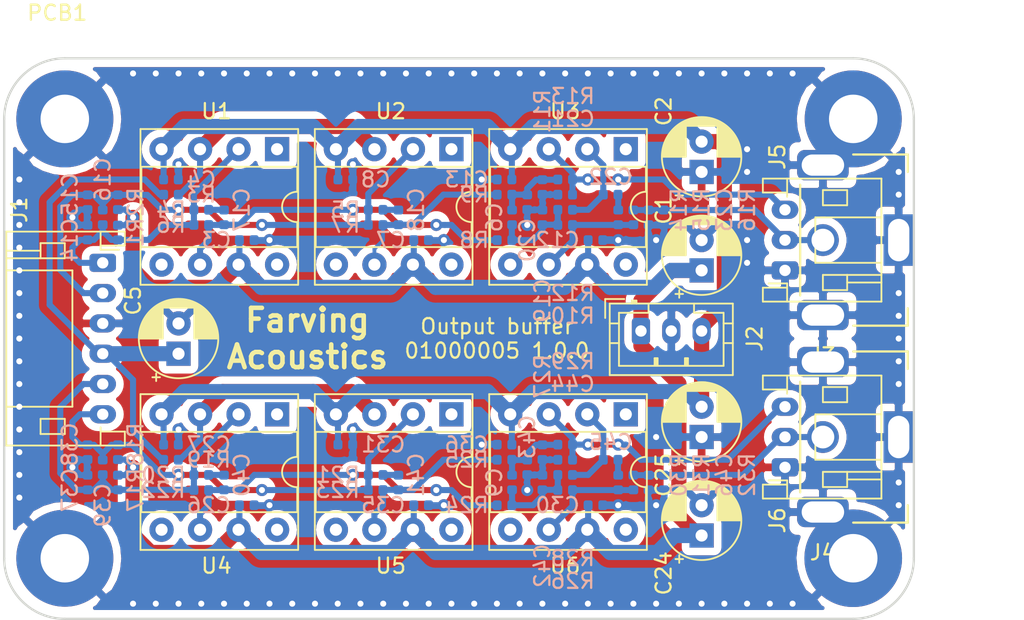
<source format=kicad_pcb>
(kicad_pcb (version 20171130) (host pcbnew "(5.1.2)-1")
  (layers (0 F.Cu signal) (31 B.Cu signal) (34 B.Paste user) (35 F.Paste user) (36 B.SilkS user) (37 F.SilkS user) (38 B.Mask user) (39 F.Mask user) (44 Edge.Cuts user))
  (net 0 "")
  (net 1 GNDA)
  (net 2 +15V)
  (net 3 -15V)
  (net 4 /Output_L_Buffer/Vbias)
  (net 5 /Output_L_Buffer/InP)
  (net 6 /Output_L_Buffer/InN)
  (net 7 "Net-(C17-Pad2)")
  (net 8 "Net-(C17-Pad1)")
  (net 9 "Net-(C18-Pad2)")
  (net 10 "Net-(C18-Pad1)")
  (net 11 "Net-(C19-Pad2)")
  (net 12 "Net-(C20-Pad1)")
  (net 13 "Net-(C22-Pad1)")
  (net 14 "Net-(C22-Pad2)")
  (net 15 /Output_R_Buffer/InP)
  (net 16 /Output_R_Buffer/InN)
  (net 17 "Net-(C40-Pad2)")
  (net 18 "Net-(C40-Pad1)")
  (net 19 "Net-(C41-Pad1)")
  (net 20 "Net-(C41-Pad2)")
  (net 21 "Net-(C42-Pad2)")
  (net 22 "Net-(C43-Pad1)")
  (net 23 "Net-(C45-Pad2)")
  (net 24 "Net-(C45-Pad1)")
  (net 25 "Net-(R3-Pad1)")
  (net 26 "Net-(R10-Pad1)")
  (net 27 "Net-(R19-Pad1)")
  (net 28 "Net-(R26-Pad1)")
  (net 29 /Output_L_Buffer/OutP)
  (net 30 /Output_L_Buffer/OutN)
  (net 31 /Output_R_Buffer/OutP)
  (net 32 /Output_R_Buffer/OutN)
  (module Connector_JST:JST_PH_S6B-PH-K_1x06_P2.00mm_Horizontal (layer F.Cu) (at 131 99.5 270)
    (fp_text reference J1 (at -3.5 5.5 270) (layer F.SilkS))
    (fp_text value JST_PH_S6B-PH-K)
    (pad 1 thru_hole roundrect (at 0 0 270) (size 1.2 1.75) (drill 0.75) (layers *.Cu *.Mask) (roundrect_rratio 0.208333) (net 5 /Output_L_Buffer/InP))
    (pad 2 thru_hole oval (at 2 0 270) (size 1.2 1.75) (drill 0.75) (layers *.Cu *.Mask) (net 6 /Output_L_Buffer/InN))
    (pad 3 thru_hole oval (at 4 0 270) (size 1.2 1.75) (drill 0.75) (layers *.Cu *.Mask) (net 1 GNDA))
    (pad 4 thru_hole oval (at 6 0 270) (size 1.2 1.75) (drill 0.75) (layers *.Cu *.Mask) (net 4 /Output_L_Buffer/Vbias))
    (pad 5 thru_hole oval (at 8 0 270) (size 1.2 1.75) (drill 0.75) (layers *.Cu *.Mask) (net 15 /Output_R_Buffer/InP))
    (pad 6 thru_hole oval (at 10 0 270) (size 1.2 1.75) (drill 0.75) (layers *.Cu *.Mask) (net 16 /Output_R_Buffer/InN))
  )
  (module PCB:PCB_Board_60x37 (layer F.Cu) (at 154.5 104.5)
    (fp_text reference PCB1 (at -26.5 -21.5) (layer F.SilkS))
    (fp_text value Board_Module)
    (fp_line (start -26 -18.5) (end 26 -18.5) (layer Edge.Cuts) (width 0.15))
    (fp_line (start 30 -14.5) (end 30 14.5) (layer Edge.Cuts) (width 0.15))
    (fp_line (start 26 18.5) (end -26 18.5) (layer Edge.Cuts) (width 0.15))
    (fp_line (start -30 14.5) (end -30 -14.5) (layer Edge.Cuts) (width 0.15))
    (fp_arc (start 26 -14.5) (end 30 -14.5) (angle -90) (layer Edge.Cuts) (width 0.15))
    (fp_arc (start -26 -14.5) (end -26 -18.5) (angle -90) (layer Edge.Cuts) (width 0.15))
    (fp_arc (start -26 14.5) (end -30 14.5) (angle -90) (layer Edge.Cuts) (width 0.15))
    (fp_arc (start 26 14.5) (end 26 18.5) (angle -90) (layer Edge.Cuts) (width 0.15))
    (pad 1 thru_hole circle (at -26 -14.5) (size 6.4 6.4) (drill 3.2) (layers *.Cu *.Mask) (net 1 GNDA))
    (pad 2 thru_hole circle (at -26 14.5) (size 6.4 6.4) (drill 3.2) (layers *.Cu *.Mask) (net 1 GNDA))
    (pad 3 thru_hole circle (at 26 14.5) (size 6.44 6.44) (drill 3.2) (layers *.Cu *.Mask) (net 1 GNDA))
    (pad 4 thru_hole circle (at 26 -14.5) (size 6.4 6.4) (drill 3.2) (layers *.Cu *.Mask) (net 1 GNDA))
  )
  (module Capacitor_THT:CP_Radial_D5.0mm_P2.00mm (layer F.Cu) (at 170.5 100 90)
    (fp_text reference C1 (at 4 -2.5 90) (layer F.SilkS))
    (fp_text value 10u)
    (pad 2 thru_hole circle (at 2 0 90) (size 1.6 1.6) (drill 0.8) (layers *.Cu *.Mask) (net 1 GNDA))
    (pad 1 thru_hole rect (at 0 0 90) (size 1.6 1.6) (drill 0.8) (layers *.Cu *.Mask) (net 2 +15V))
  )
  (module Capacitor_THT:CP_Radial_D5.0mm_P2.00mm (layer F.Cu) (at 170.5 93.5 90)
    (fp_text reference C2 (at 4 -2.5 90) (layer F.SilkS))
    (fp_text value 10u)
    (pad 2 thru_hole circle (at 2 0 90) (size 1.6 1.6) (drill 0.8) (layers *.Cu *.Mask) (net 3 -15V))
    (pad 1 thru_hole rect (at 0 0 90) (size 1.6 1.6) (drill 0.8) (layers *.Cu *.Mask) (net 1 GNDA))
  )
  (module Capacitor_SMD:C_0402_1005Metric (layer B.Cu) (at 140.5 98 180)
    (fp_text reference C3 (at 2 0 180) (layer B.SilkS) (effects (justify mirror)))
    (fp_text value 100n)
    (pad 1 smd roundrect (at -0.485 0 180) (size 0.59 0.64) (layers B.Cu B.Paste B.Mask) (net 1 GNDA))
    (pad 2 smd roundrect (at 0.485 0 180) (size 0.59 0.64) (layers B.Cu B.Paste B.Mask) (net 2 +15V))
  )
  (module Capacitor_SMD:C_0402_1005Metric (layer B.Cu) (at 135.5 94)
    (fp_text reference C4 (at 2 0) (layer B.SilkS) (effects (justify mirror)))
    (fp_text value 100n)
    (pad 1 smd roundrect (at -0.485 0) (size 0.59 0.64) (layers B.Cu B.Paste B.Mask) (net 3 -15V))
    (pad 2 smd roundrect (at 0.485 0) (size 0.59 0.64) (layers B.Cu B.Paste B.Mask) (net 1 GNDA))
  )
  (module Capacitor_SMD:C_0402_1005Metric (layer B.Cu) (at 152 98 180)
    (fp_text reference C7 (at 2 0 180) (layer B.SilkS) (effects (justify mirror)))
    (fp_text value 100n)
    (pad 1 smd roundrect (at -0.485 0 180) (size 0.59 0.64) (layers B.Cu B.Paste B.Mask) (net 1 GNDA))
    (pad 2 smd roundrect (at 0.485 0 180) (size 0.59 0.64) (layers B.Cu B.Paste B.Mask) (net 2 +15V))
  )
  (module Capacitor_SMD:C_0402_1005Metric (layer B.Cu) (at 147 94)
    (fp_text reference C8 (at 2 0) (layer B.SilkS) (effects (justify mirror)))
    (fp_text value 100n)
    (pad 2 smd roundrect (at 0.485 0) (size 0.59 0.64) (layers B.Cu B.Paste B.Mask) (net 1 GNDA))
    (pad 1 smd roundrect (at -0.485 0) (size 0.59 0.64) (layers B.Cu B.Paste B.Mask) (net 3 -15V))
  )
  (module Capacitor_SMD:C_0402_1005Metric (layer B.Cu) (at 163.5 98 180)
    (fp_text reference C12 (at 2.5 0 180) (layer B.SilkS) (effects (justify mirror)))
    (fp_text value 100n)
    (pad 2 smd roundrect (at 0.485 0 180) (size 0.59 0.64) (layers B.Cu B.Paste B.Mask) (net 2 +15V))
    (pad 1 smd roundrect (at -0.485 0 180) (size 0.59 0.64) (layers B.Cu B.Paste B.Mask) (net 1 GNDA))
  )
  (module Capacitor_SMD:C_0402_1005Metric (layer B.Cu) (at 157.5 94 180)
    (fp_text reference C13 (at 2.5 0 180) (layer B.SilkS) (effects (justify mirror)))
    (fp_text value 100n)
    (pad 1 smd roundrect (at -0.485 0 180) (size 0.59 0.64) (layers B.Cu B.Paste B.Mask) (net 3 -15V))
    (pad 2 smd roundrect (at 0.485 0 180) (size 0.59 0.64) (layers B.Cu B.Paste B.Mask) (net 1 GNDA))
  )
  (module Capacitor_SMD:C_0402_1005Metric (layer B.Cu) (at 130 97.5 270)
    (fp_text reference C14 (at 0.5 1.17 270) (layer B.SilkS) (effects (justify mirror)))
    (fp_text value 1n)
    (pad 1 smd roundrect (at -0.485 0 270) (size 0.59 0.64) (layers B.Cu B.Paste B.Mask) (net 1 GNDA))
    (pad 2 smd roundrect (at 0.485 0 270) (size 0.59 0.64) (layers B.Cu B.Paste B.Mask) (net 5 /Output_L_Buffer/InP))
  )
  (module Capacitor_SMD:C_0402_1005Metric (layer B.Cu) (at 130 95.5 270)
    (fp_text reference C15 (at -0.5 1.17 270) (layer B.SilkS) (effects (justify mirror)))
    (fp_text value 1n)
    (pad 2 smd roundrect (at 0.485 0 270) (size 0.59 0.64) (layers B.Cu B.Paste B.Mask) (net 1 GNDA))
    (pad 1 smd roundrect (at -0.485 0 270) (size 0.59 0.64) (layers B.Cu B.Paste B.Mask) (net 6 /Output_L_Buffer/InN))
  )
  (module Capacitor_SMD:C_0402_1005Metric (layer B.Cu) (at 131 96.5 270)
    (fp_text reference C16 (at -2.5 0 270) (layer B.SilkS) (effects (justify mirror)))
    (fp_text value 100n)
    (pad 1 smd roundrect (at -0.485 0 270) (size 0.59 0.64) (layers B.Cu B.Paste B.Mask) (net 6 /Output_L_Buffer/InN))
    (pad 2 smd roundrect (at 0.485 0 270) (size 0.59 0.64) (layers B.Cu B.Paste B.Mask) (net 5 /Output_L_Buffer/InP))
  )
  (module Capacitor_SMD:C_0402_1005Metric (layer B.Cu) (at 139 96.5 90)
    (fp_text reference C17 (at 0.5 1.17 90) (layer B.SilkS) (effects (justify mirror)))
    (fp_text value 100p)
    (pad 2 smd roundrect (at 0.485 0 90) (size 0.59 0.64) (layers B.Cu B.Paste B.Mask) (net 7 "Net-(C17-Pad2)"))
    (pad 1 smd roundrect (at -0.485 0 90) (size 0.59 0.64) (layers B.Cu B.Paste B.Mask) (net 8 "Net-(C17-Pad1)"))
  )
  (module Capacitor_SMD:C_0402_1005Metric (layer B.Cu) (at 150.5 96.5 90)
    (fp_text reference C18 (at 0.5 1.17 90) (layer B.SilkS) (effects (justify mirror)))
    (fp_text value 100p)
    (pad 2 smd roundrect (at 0.485 0 90) (size 0.59 0.64) (layers B.Cu B.Paste B.Mask) (net 9 "Net-(C18-Pad2)"))
    (pad 1 smd roundrect (at -0.485 0 90) (size 0.59 0.64) (layers B.Cu B.Paste B.Mask) (net 10 "Net-(C18-Pad1)"))
  )
  (module Capacitor_SMD:C_0402_1005Metric (layer B.Cu) (at 160 96.5 270)
    (fp_text reference C19 (at 5.5 0 270) (layer B.SilkS) (effects (justify mirror)))
    (fp_text value 5n6)
    (pad 2 smd roundrect (at 0.485 0 270) (size 0.59 0.64) (layers B.Cu B.Paste B.Mask) (net 11 "Net-(C19-Pad2)"))
    (pad 1 smd roundrect (at -0.485 0 270) (size 0.59 0.64) (layers B.Cu B.Paste B.Mask) (net 1 GNDA))
  )
  (module Capacitor_SMD:C_0402_1005Metric (layer B.Cu) (at 159 95.5 270)
    (fp_text reference C20 (at 2.5 0 270) (layer B.SilkS) (effects (justify mirror)))
    (fp_text value 5n6)
    (pad 2 smd roundrect (at 0.485 0 270) (size 0.59 0.64) (layers B.Cu B.Paste B.Mask) (net 1 GNDA))
    (pad 1 smd roundrect (at -0.485 0 270) (size 0.59 0.64) (layers B.Cu B.Paste B.Mask) (net 12 "Net-(C20-Pad1)"))
  )
  (module Capacitor_SMD:C_0402_1005Metric (layer B.Cu) (at 161.5 95)
    (fp_text reference C21 (at 0.5 -5) (layer B.SilkS) (effects (justify mirror)))
    (fp_text value 2n7)
    (pad 1 smd roundrect (at -0.485 0) (size 0.59 0.64) (layers B.Cu B.Paste B.Mask) (net 1 GNDA))
    (pad 2 smd roundrect (at 0.485 0) (size 0.59 0.64) (layers B.Cu B.Paste B.Mask) (net 29 /Output_L_Buffer/OutP))
  )
  (module Capacitor_SMD:C_0402_1005Metric (layer B.Cu) (at 164.5 95 180)
    (fp_text reference C22 (at 0 1.17 180) (layer B.SilkS) (effects (justify mirror)))
    (fp_text value 2n7)
    (pad 1 smd roundrect (at -0.485 0 180) (size 0.59 0.64) (layers B.Cu B.Paste B.Mask) (net 13 "Net-(C22-Pad1)"))
    (pad 2 smd roundrect (at 0.485 0 180) (size 0.59 0.64) (layers B.Cu B.Paste B.Mask) (net 14 "Net-(C22-Pad2)"))
  )
  (module Capacitor_SMD:C_0402_1005Metric (layer B.Cu) (at 167 96.5 90)
    (fp_text reference C23 (at 0.5 5 90) (layer B.SilkS) (effects (justify mirror)))
    (fp_text value 3n9)
    (pad 1 smd roundrect (at -0.485 0 90) (size 0.59 0.64) (layers B.Cu B.Paste B.Mask) (net 1 GNDA))
    (pad 2 smd roundrect (at 0.485 0 90) (size 0.59 0.64) (layers B.Cu B.Paste B.Mask) (net 30 /Output_L_Buffer/OutN))
  )
  (module Capacitor_THT:CP_Radial_D5.0mm_P2.00mm (layer F.Cu) (at 170.5 117.5 90)
    (fp_text reference C24 (at -2.5 -2.5 90) (layer F.SilkS))
    (fp_text value 10u)
    (pad 2 thru_hole circle (at 2 0 90) (size 1.6 1.6) (drill 0.8) (layers *.Cu *.Mask) (net 1 GNDA))
    (pad 1 thru_hole rect (at 0 0 90) (size 1.6 1.6) (drill 0.8) (layers *.Cu *.Mask) (net 2 +15V))
  )
  (module Capacitor_THT:CP_Radial_D5.0mm_P2.00mm (layer F.Cu) (at 170.5 111 90)
    (fp_text reference C25 (at -2.5 -2.5 90) (layer F.SilkS))
    (fp_text value 10u)
    (pad 1 thru_hole rect (at 0 0 90) (size 1.6 1.6) (drill 0.8) (layers *.Cu *.Mask) (net 1 GNDA))
    (pad 2 thru_hole circle (at 2 0 90) (size 1.6 1.6) (drill 0.8) (layers *.Cu *.Mask) (net 3 -15V))
  )
  (module Capacitor_SMD:C_0402_1005Metric (layer B.Cu) (at 140.5 115.5 180)
    (fp_text reference C26 (at 2.5 0 180) (layer B.SilkS) (effects (justify mirror)))
    (fp_text value 100n)
    (pad 2 smd roundrect (at 0.485 0 180) (size 0.59 0.64) (layers B.Cu B.Paste B.Mask) (net 2 +15V))
    (pad 1 smd roundrect (at -0.485 0 180) (size 0.59 0.64) (layers B.Cu B.Paste B.Mask) (net 1 GNDA))
  )
  (module Capacitor_SMD:C_0402_1005Metric (layer B.Cu) (at 135.5 111.5)
    (fp_text reference C27 (at 2.5 0) (layer B.SilkS) (effects (justify mirror)))
    (fp_text value 100n)
    (pad 2 smd roundrect (at 0.485 0) (size 0.59 0.64) (layers B.Cu B.Paste B.Mask) (net 1 GNDA))
    (pad 1 smd roundrect (at -0.485 0) (size 0.59 0.64) (layers B.Cu B.Paste B.Mask) (net 3 -15V))
  )
  (module Capacitor_SMD:C_0402_1005Metric (layer B.Cu) (at 163.5 115.5 180)
    (fp_text reference C30 (at 2.5 0 180) (layer B.SilkS) (effects (justify mirror)))
    (fp_text value 100n)
    (pad 1 smd roundrect (at -0.485 0 180) (size 0.59 0.64) (layers B.Cu B.Paste B.Mask) (net 1 GNDA))
    (pad 2 smd roundrect (at 0.485 0 180) (size 0.59 0.64) (layers B.Cu B.Paste B.Mask) (net 2 +15V))
  )
  (module Capacitor_SMD:C_0402_1005Metric (layer B.Cu) (at 147 111.5)
    (fp_text reference C31 (at 2.5 0) (layer B.SilkS) (effects (justify mirror)))
    (fp_text value 100n)
    (pad 2 smd roundrect (at 0.485 0) (size 0.59 0.64) (layers B.Cu B.Paste B.Mask) (net 1 GNDA))
    (pad 1 smd roundrect (at -0.485 0) (size 0.59 0.64) (layers B.Cu B.Paste B.Mask) (net 3 -15V))
  )
  (module Capacitor_SMD:C_0402_1005Metric (layer B.Cu) (at 152 115.5 180)
    (fp_text reference C35 (at 2.5 0 180) (layer B.SilkS) (effects (justify mirror)))
    (fp_text value 100n)
    (pad 2 smd roundrect (at 0.485 0 180) (size 0.59 0.64) (layers B.Cu B.Paste B.Mask) (net 2 +15V))
    (pad 1 smd roundrect (at -0.485 0 180) (size 0.59 0.64) (layers B.Cu B.Paste B.Mask) (net 1 GNDA))
  )
  (module Capacitor_SMD:C_0402_1005Metric (layer B.Cu) (at 157.5 111.5 180)
    (fp_text reference C36 (at 2.5 0 180) (layer B.SilkS) (effects (justify mirror)))
    (fp_text value 100n)
    (pad 2 smd roundrect (at 0.485 0 180) (size 0.59 0.64) (layers B.Cu B.Paste B.Mask) (net 1 GNDA))
    (pad 1 smd roundrect (at -0.485 0 180) (size 0.59 0.64) (layers B.Cu B.Paste B.Mask) (net 3 -15V))
  )
  (module Capacitor_SMD:C_0402_1005Metric (layer B.Cu) (at 130 114 270)
    (fp_text reference C37 (at 0.5 1.17 270) (layer B.SilkS) (effects (justify mirror)))
    (fp_text value 1n)
    (pad 1 smd roundrect (at -0.485 0 270) (size 0.59 0.64) (layers B.Cu B.Paste B.Mask) (net 1 GNDA))
    (pad 2 smd roundrect (at 0.485 0 270) (size 0.59 0.64) (layers B.Cu B.Paste B.Mask) (net 15 /Output_R_Buffer/InP))
  )
  (module Capacitor_SMD:C_0402_1005Metric (layer B.Cu) (at 130 112 270)
    (fp_text reference C38 (at -0.5 1.17 270) (layer B.SilkS) (effects (justify mirror)))
    (fp_text value 1n)
    (pad 1 smd roundrect (at -0.485 0 270) (size 0.59 0.64) (layers B.Cu B.Paste B.Mask) (net 16 /Output_R_Buffer/InN))
    (pad 2 smd roundrect (at 0.485 0 270) (size 0.59 0.64) (layers B.Cu B.Paste B.Mask) (net 1 GNDA))
  )
  (module Capacitor_SMD:C_0402_1005Metric (layer B.Cu) (at 131 113 270)
    (fp_text reference C39 (at 2.5 0 270) (layer B.SilkS) (effects (justify mirror)))
    (fp_text value 100n)
    (pad 1 smd roundrect (at -0.485 0 270) (size 0.59 0.64) (layers B.Cu B.Paste B.Mask) (net 16 /Output_R_Buffer/InN))
    (pad 2 smd roundrect (at 0.485 0 270) (size 0.59 0.64) (layers B.Cu B.Paste B.Mask) (net 15 /Output_R_Buffer/InP))
  )
  (module Capacitor_SMD:C_0402_1005Metric (layer B.Cu) (at 139 114 90)
    (fp_text reference C40 (at 0.5 1.17 90) (layer B.SilkS) (effects (justify mirror)))
    (fp_text value 100p)
    (pad 2 smd roundrect (at 0.485 0 90) (size 0.59 0.64) (layers B.Cu B.Paste B.Mask) (net 17 "Net-(C40-Pad2)"))
    (pad 1 smd roundrect (at -0.485 0 90) (size 0.59 0.64) (layers B.Cu B.Paste B.Mask) (net 18 "Net-(C40-Pad1)"))
  )
  (module Capacitor_SMD:C_0402_1005Metric (layer B.Cu) (at 150.5 114 90)
    (fp_text reference C41 (at 0.5 1.17 90) (layer B.SilkS) (effects (justify mirror)))
    (fp_text value 100p)
    (pad 1 smd roundrect (at -0.485 0 90) (size 0.59 0.64) (layers B.Cu B.Paste B.Mask) (net 19 "Net-(C41-Pad1)"))
    (pad 2 smd roundrect (at 0.485 0 90) (size 0.59 0.64) (layers B.Cu B.Paste B.Mask) (net 20 "Net-(C41-Pad2)"))
  )
  (module Capacitor_SMD:C_0402_1005Metric (layer B.Cu) (at 160 114 270)
    (fp_text reference C42 (at 5.5 0 270) (layer B.SilkS) (effects (justify mirror)))
    (fp_text value 5n6)
    (pad 2 smd roundrect (at 0.485 0 270) (size 0.59 0.64) (layers B.Cu B.Paste B.Mask) (net 21 "Net-(C42-Pad2)"))
    (pad 1 smd roundrect (at -0.485 0 270) (size 0.59 0.64) (layers B.Cu B.Paste B.Mask) (net 1 GNDA))
  )
  (module Capacitor_SMD:C_0402_1005Metric (layer B.Cu) (at 159 113 270)
    (fp_text reference C43 (at -2 0 270) (layer B.SilkS) (effects (justify mirror)))
    (fp_text value 5n6)
    (pad 2 smd roundrect (at 0.485 0 270) (size 0.59 0.64) (layers B.Cu B.Paste B.Mask) (net 1 GNDA))
    (pad 1 smd roundrect (at -0.485 0 270) (size 0.59 0.64) (layers B.Cu B.Paste B.Mask) (net 22 "Net-(C43-Pad1)"))
  )
  (module Capacitor_SMD:C_0402_1005Metric (layer B.Cu) (at 161.5 112.5)
    (fp_text reference C44 (at 0.5 -5) (layer B.SilkS) (effects (justify mirror)))
    (fp_text value 2n7)
    (pad 1 smd roundrect (at -0.485 0) (size 0.59 0.64) (layers B.Cu B.Paste B.Mask) (net 1 GNDA))
    (pad 2 smd roundrect (at 0.485 0) (size 0.59 0.64) (layers B.Cu B.Paste B.Mask) (net 31 /Output_R_Buffer/OutP))
  )
  (module Capacitor_SMD:C_0402_1005Metric (layer B.Cu) (at 164.5 112.5 180)
    (fp_text reference C45 (at 0 1.17 180) (layer B.SilkS) (effects (justify mirror)))
    (fp_text value 2n7)
    (pad 2 smd roundrect (at 0.485 0 180) (size 0.59 0.64) (layers B.Cu B.Paste B.Mask) (net 23 "Net-(C45-Pad2)"))
    (pad 1 smd roundrect (at -0.485 0 180) (size 0.59 0.64) (layers B.Cu B.Paste B.Mask) (net 24 "Net-(C45-Pad1)"))
  )
  (module Capacitor_SMD:C_0402_1005Metric (layer B.Cu) (at 167 114 90)
    (fp_text reference C46 (at 0.5 5 90) (layer B.SilkS) (effects (justify mirror)))
    (fp_text value 3n9)
    (pad 1 smd roundrect (at -0.485 0 90) (size 0.59 0.64) (layers B.Cu B.Paste B.Mask) (net 1 GNDA))
    (pad 2 smd roundrect (at 0.485 0 90) (size 0.59 0.64) (layers B.Cu B.Paste B.Mask) (net 32 /Output_R_Buffer/OutN))
  )
  (module Connector_JST:JST_PH_B3B-PH-K_1x03_P2.00mm_Vertical (layer F.Cu) (at 166.5 104)
    (fp_text reference J2 (at 7.5 0.5 90) (layer F.SilkS))
    (fp_text value JST_PH_B3B-PH-K)
    (pad 1 thru_hole roundrect (at 0 0) (size 1.2 1.75) (drill 0.75) (layers *.Cu *.Mask) (roundrect_rratio 0.208333) (net 2 +15V))
    (pad 2 thru_hole oval (at 2 0) (size 1.2 1.75) (drill 0.75) (layers *.Cu *.Mask) (net 1 GNDA))
    (pad 3 thru_hole oval (at 4 0) (size 1.2 1.75) (drill 0.75) (layers *.Cu *.Mask) (net 3 -15V))
  )
  (module Connector_Audio_Devel:RCA_Horizontal_RNDConnect (layer F.Cu) (at 178.5 98 180)
    (fp_text reference J3 (at 0 -7.62 180) (layer F.SilkS))
    (fp_text value "RND 205-00698")
    (pad S thru_hole rect (at -5 0 180) (size 2 3.4) (drill oval 1.4 2.8) (layers *.Cu *.Mask) (net 1 GNDA))
    (pad S thru_hole roundrect (at 0 4.95 180) (size 3.4 2) (drill oval 2.8 1.4) (layers *.Cu *.Mask) (net 1 GNDA))
    (pad T thru_hole circle (at 0 0 180) (size 2.1 2.1) (drill 1.5) (layers *.Cu *.Mask) (net 30 /Output_L_Buffer/OutN))
    (pad S thru_hole roundrect (at 0 -4.95 270) (size 2 3.4) (drill oval 1.4 2.8) (layers *.Cu *.Mask) (net 1 GNDA))
  )
  (module Connector_Audio_Devel:RCA_Horizontal_RNDConnect (layer F.Cu) (at 178.5 111 180)
    (fp_text reference J4 (at 0 -7.62 180) (layer F.SilkS))
    (fp_text value "RND 205-00698")
    (pad S thru_hole roundrect (at 0 -4.95 270) (size 2 3.4) (drill oval 1.4 2.8) (layers *.Cu *.Mask) (net 1 GNDA))
    (pad T thru_hole circle (at 0 0 180) (size 2.1 2.1) (drill 1.5) (layers *.Cu *.Mask) (net 32 /Output_R_Buffer/OutN))
    (pad S thru_hole roundrect (at 0 4.95 180) (size 3.4 2) (drill oval 2.8 1.4) (layers *.Cu *.Mask) (net 1 GNDA))
    (pad S thru_hole rect (at -5 0 180) (size 2 3.4) (drill oval 1.4 2.8) (layers *.Cu *.Mask) (net 1 GNDA))
  )
  (module Resistor_SMD:R_0402_1005Metric (layer B.Cu) (at 132 97.5 90)
    (fp_text reference R1 (at 0 1.17 90) (layer B.SilkS) (effects (justify mirror)))
    (fp_text value 2k)
    (pad 2 smd roundrect (at 0.485 0 90) (size 0.59 0.64) (layers B.Cu B.Paste B.Mask) (net 2 +15V))
    (pad 1 smd roundrect (at -0.485 0 90) (size 0.59 0.64) (layers B.Cu B.Paste B.Mask) (net 5 /Output_L_Buffer/InP))
  )
  (module Resistor_SMD:R_0402_1005Metric (layer B.Cu) (at 132 95.5 90)
    (fp_text reference R2 (at 0 1.17 90) (layer B.SilkS) (effects (justify mirror)))
    (fp_text value 2k)
    (pad 2 smd roundrect (at 0.485 0 90) (size 0.59 0.64) (layers B.Cu B.Paste B.Mask) (net 6 /Output_L_Buffer/InN))
    (pad 1 smd roundrect (at -0.485 0 90) (size 0.59 0.64) (layers B.Cu B.Paste B.Mask) (net 2 +15V))
  )
  (module Resistor_SMD:R_0402_1005Metric (layer B.Cu) (at 135.5 95 180)
    (fp_text reference R3 (at -2 0 180) (layer B.SilkS) (effects (justify mirror)))
    (fp_text value 5k76)
    (pad 1 smd roundrect (at -0.485 0 180) (size 0.59 0.64) (layers B.Cu B.Paste B.Mask) (net 25 "Net-(R3-Pad1)"))
    (pad 2 smd roundrect (at 0.485 0 180) (size 0.59 0.64) (layers B.Cu B.Paste B.Mask) (net 4 /Output_L_Buffer/Vbias))
  )
  (module Resistor_SMD:R_0402_1005Metric (layer B.Cu) (at 137.5 96 180)
    (fp_text reference R4 (at 2 0 180) (layer B.SilkS) (effects (justify mirror)))
    (fp_text value 100R)
    (pad 1 smd roundrect (at -0.485 0 180) (size 0.59 0.64) (layers B.Cu B.Paste B.Mask) (net 7 "Net-(C17-Pad2)"))
    (pad 2 smd roundrect (at 0.485 0 180) (size 0.59 0.64) (layers B.Cu B.Paste B.Mask) (net 5 /Output_L_Buffer/InP))
  )
  (module Resistor_SMD:R_0402_1005Metric (layer B.Cu) (at 149 96 180)
    (fp_text reference R5 (at 2 0 180) (layer B.SilkS) (effects (justify mirror)))
    (fp_text value 100R)
    (pad 2 smd roundrect (at 0.485 0 180) (size 0.59 0.64) (layers B.Cu B.Paste B.Mask) (net 6 /Output_L_Buffer/InN))
    (pad 1 smd roundrect (at -0.485 0 180) (size 0.59 0.64) (layers B.Cu B.Paste B.Mask) (net 9 "Net-(C18-Pad2)"))
  )
  (module Resistor_SMD:R_0402_1005Metric (layer B.Cu) (at 137.5 97 180)
    (fp_text reference R6 (at 2 0 180) (layer B.SilkS) (effects (justify mirror)))
    (fp_text value 2k)
    (pad 1 smd roundrect (at -0.485 0 180) (size 0.59 0.64) (layers B.Cu B.Paste B.Mask) (net 8 "Net-(C17-Pad1)"))
    (pad 2 smd roundrect (at 0.485 0 180) (size 0.59 0.64) (layers B.Cu B.Paste B.Mask) (net 5 /Output_L_Buffer/InP))
  )
  (module Resistor_SMD:R_0402_1005Metric (layer B.Cu) (at 149 97 180)
    (fp_text reference R7 (at 2 0 180) (layer B.SilkS) (effects (justify mirror)))
    (fp_text value 2k)
    (pad 1 smd roundrect (at -0.485 0 180) (size 0.59 0.64) (layers B.Cu B.Paste B.Mask) (net 10 "Net-(C18-Pad1)"))
    (pad 2 smd roundrect (at 0.485 0 180) (size 0.59 0.64) (layers B.Cu B.Paste B.Mask) (net 6 /Output_L_Buffer/InN))
  )
  (module Resistor_SMD:R_0402_1005Metric (layer B.Cu) (at 157.5 98 180)
    (fp_text reference R8 (at 2 0 180) (layer B.SilkS) (effects (justify mirror)))
    (fp_text value 681R)
    (pad 2 smd roundrect (at 0.485 0 180) (size 0.59 0.64) (layers B.Cu B.Paste B.Mask) (net 8 "Net-(C17-Pad1)"))
    (pad 1 smd roundrect (at -0.485 0 180) (size 0.59 0.64) (layers B.Cu B.Paste B.Mask) (net 11 "Net-(C19-Pad2)"))
  )
  (module Resistor_SMD:R_0402_1005Metric (layer B.Cu) (at 157.5 95 180)
    (fp_text reference R9 (at 2 0 180) (layer B.SilkS) (effects (justify mirror)))
    (fp_text value 681R)
    (pad 1 smd roundrect (at -0.485 0 180) (size 0.59 0.64) (layers B.Cu B.Paste B.Mask) (net 12 "Net-(C20-Pad1)"))
    (pad 2 smd roundrect (at 0.485 0 180) (size 0.59 0.64) (layers B.Cu B.Paste B.Mask) (net 10 "Net-(C18-Pad1)"))
  )
  (module Resistor_SMD:R_0402_1005Metric (layer B.Cu) (at 161.5 97 180)
    (fp_text reference R10 (at -0.5 -6 180) (layer B.SilkS) (effects (justify mirror)))
    (fp_text value 226R)
    (pad 1 smd roundrect (at -0.485 0 180) (size 0.59 0.64) (layers B.Cu B.Paste B.Mask) (net 26 "Net-(R10-Pad1)"))
    (pad 2 smd roundrect (at 0.485 0 180) (size 0.59 0.64) (layers B.Cu B.Paste B.Mask) (net 11 "Net-(C19-Pad2)"))
  )
  (module Resistor_SMD:R_0402_1005Metric (layer B.Cu) (at 160 94.5 270)
    (fp_text reference R11 (at -5 0 270) (layer B.SilkS) (effects (justify mirror)))
    (fp_text value 226R)
    (pad 2 smd roundrect (at 0.485 0 270) (size 0.59 0.64) (layers B.Cu B.Paste B.Mask) (net 1 GNDA))
    (pad 1 smd roundrect (at -0.485 0 270) (size 0.59 0.64) (layers B.Cu B.Paste B.Mask) (net 12 "Net-(C20-Pad1)"))
  )
  (module Resistor_SMD:R_0402_1005Metric (layer B.Cu) (at 161.5 96 180)
    (fp_text reference R12 (at -0.5 -5.5 180) (layer B.SilkS) (effects (justify mirror)))
    (fp_text value 324R)
    (pad 1 smd roundrect (at -0.485 0 180) (size 0.59 0.64) (layers B.Cu B.Paste B.Mask) (net 14 "Net-(C22-Pad2)"))
    (pad 2 smd roundrect (at 0.485 0 180) (size 0.59 0.64) (layers B.Cu B.Paste B.Mask) (net 11 "Net-(C19-Pad2)"))
  )
  (module Resistor_SMD:R_0402_1005Metric (layer B.Cu) (at 161.5 94 180)
    (fp_text reference R13 (at -0.5 5.5 180) (layer B.SilkS) (effects (justify mirror)))
    (fp_text value 324R)
    (pad 2 smd roundrect (at 0.485 0 180) (size 0.59 0.64) (layers B.Cu B.Paste B.Mask) (net 12 "Net-(C20-Pad1)"))
    (pad 1 smd roundrect (at -0.485 0 180) (size 0.59 0.64) (layers B.Cu B.Paste B.Mask) (net 29 /Output_L_Buffer/OutP))
  )
  (module Resistor_SMD:R_0402_1005Metric (layer B.Cu) (at 165 96.5 90)
    (fp_text reference R14 (at 0.5 4 90) (layer B.SilkS) (effects (justify mirror)))
    (fp_text value 100R)
    (pad 2 smd roundrect (at 0.485 0 90) (size 0.59 0.64) (layers B.Cu B.Paste B.Mask) (net 13 "Net-(C22-Pad1)"))
    (pad 1 smd roundrect (at -0.485 0 90) (size 0.59 0.64) (layers B.Cu B.Paste B.Mask) (net 26 "Net-(R10-Pad1)"))
  )
  (module Resistor_SMD:R_0402_1005Metric (layer B.Cu) (at 166 96.5 270)
    (fp_text reference R15 (at -0.5 -4.5 270) (layer B.SilkS) (effects (justify mirror)))
    (fp_text value 332R)
    (pad 2 smd roundrect (at 0.485 0 270) (size 0.59 0.64) (layers B.Cu B.Paste B.Mask) (net 26 "Net-(R10-Pad1)"))
    (pad 1 smd roundrect (at -0.485 0 270) (size 0.59 0.64) (layers B.Cu B.Paste B.Mask) (net 30 /Output_L_Buffer/OutN))
  )
  (module Resistor_SMD:R_0402_1005Metric (layer B.Cu) (at 168 96.5 270)
    (fp_text reference R16 (at -0.5 -5.5 270) (layer B.SilkS) (effects (justify mirror)))
    (fp_text value NM)
    (pad 1 smd roundrect (at -0.485 0 270) (size 0.59 0.64) (layers B.Cu B.Paste B.Mask) (net 30 /Output_L_Buffer/OutN))
    (pad 2 smd roundrect (at 0.485 0 270) (size 0.59 0.64) (layers B.Cu B.Paste B.Mask) (net 1 GNDA))
  )
  (module Resistor_SMD:R_0402_1005Metric (layer B.Cu) (at 132 114 90)
    (fp_text reference R17 (at -0.5 1.17 90) (layer B.SilkS) (effects (justify mirror)))
    (fp_text value 2k)
    (pad 1 smd roundrect (at -0.485 0 90) (size 0.59 0.64) (layers B.Cu B.Paste B.Mask) (net 15 /Output_R_Buffer/InP))
    (pad 2 smd roundrect (at 0.485 0 90) (size 0.59 0.64) (layers B.Cu B.Paste B.Mask) (net 2 +15V))
  )
  (module Resistor_SMD:R_0402_1005Metric (layer B.Cu) (at 132 112 90)
    (fp_text reference R18 (at 0.5 1.17 90) (layer B.SilkS) (effects (justify mirror)))
    (fp_text value 2k)
    (pad 1 smd roundrect (at -0.485 0 90) (size 0.59 0.64) (layers B.Cu B.Paste B.Mask) (net 2 +15V))
    (pad 2 smd roundrect (at 0.485 0 90) (size 0.59 0.64) (layers B.Cu B.Paste B.Mask) (net 16 /Output_R_Buffer/InN))
  )
  (module Resistor_SMD:R_0402_1005Metric (layer B.Cu) (at 135.5 112.5 180)
    (fp_text reference R19 (at -2.5 0 180) (layer B.SilkS) (effects (justify mirror)))
    (fp_text value 5k76)
    (pad 2 smd roundrect (at 0.485 0 180) (size 0.59 0.64) (layers B.Cu B.Paste B.Mask) (net 4 /Output_L_Buffer/Vbias))
    (pad 1 smd roundrect (at -0.485 0 180) (size 0.59 0.64) (layers B.Cu B.Paste B.Mask) (net 27 "Net-(R19-Pad1)"))
  )
  (module Resistor_SMD:R_0402_1005Metric (layer B.Cu) (at 137.5 113.5 180)
    (fp_text reference R20 (at 2.5 0 180) (layer B.SilkS) (effects (justify mirror)))
    (fp_text value 100R)
    (pad 1 smd roundrect (at -0.485 0 180) (size 0.59 0.64) (layers B.Cu B.Paste B.Mask) (net 17 "Net-(C40-Pad2)"))
    (pad 2 smd roundrect (at 0.485 0 180) (size 0.59 0.64) (layers B.Cu B.Paste B.Mask) (net 15 /Output_R_Buffer/InP))
  )
  (module Resistor_SMD:R_0402_1005Metric (layer B.Cu) (at 149 113.5 180)
    (fp_text reference R21 (at 2.5 0 180) (layer B.SilkS) (effects (justify mirror)))
    (fp_text value 100R)
    (pad 2 smd roundrect (at 0.485 0 180) (size 0.59 0.64) (layers B.Cu B.Paste B.Mask) (net 16 /Output_R_Buffer/InN))
    (pad 1 smd roundrect (at -0.485 0 180) (size 0.59 0.64) (layers B.Cu B.Paste B.Mask) (net 20 "Net-(C41-Pad2)"))
  )
  (module Resistor_SMD:R_0402_1005Metric (layer B.Cu) (at 137.5 114.5 180)
    (fp_text reference R22 (at 2.5 0 180) (layer B.SilkS) (effects (justify mirror)))
    (fp_text value 2k)
    (pad 2 smd roundrect (at 0.485 0 180) (size 0.59 0.64) (layers B.Cu B.Paste B.Mask) (net 15 /Output_R_Buffer/InP))
    (pad 1 smd roundrect (at -0.485 0 180) (size 0.59 0.64) (layers B.Cu B.Paste B.Mask) (net 18 "Net-(C40-Pad1)"))
  )
  (module Resistor_SMD:R_0402_1005Metric (layer B.Cu) (at 149 114.5 180)
    (fp_text reference R23 (at 2.5 0 180) (layer B.SilkS) (effects (justify mirror)))
    (fp_text value 2k)
    (pad 1 smd roundrect (at -0.485 0 180) (size 0.59 0.64) (layers B.Cu B.Paste B.Mask) (net 19 "Net-(C41-Pad1)"))
    (pad 2 smd roundrect (at 0.485 0 180) (size 0.59 0.64) (layers B.Cu B.Paste B.Mask) (net 16 /Output_R_Buffer/InN))
  )
  (module Resistor_SMD:R_0402_1005Metric (layer B.Cu) (at 157.5 115.5 180)
    (fp_text reference R24 (at 2.5 0 180) (layer B.SilkS) (effects (justify mirror)))
    (fp_text value 681R)
    (pad 2 smd roundrect (at 0.485 0 180) (size 0.59 0.64) (layers B.Cu B.Paste B.Mask) (net 18 "Net-(C40-Pad1)"))
    (pad 1 smd roundrect (at -0.485 0 180) (size 0.59 0.64) (layers B.Cu B.Paste B.Mask) (net 21 "Net-(C42-Pad2)"))
  )
  (module Resistor_SMD:R_0402_1005Metric (layer B.Cu) (at 157.5 112.5 180)
    (fp_text reference R25 (at 2.5 0 180) (layer B.SilkS) (effects (justify mirror)))
    (fp_text value 681R)
    (pad 1 smd roundrect (at -0.485 0 180) (size 0.59 0.64) (layers B.Cu B.Paste B.Mask) (net 22 "Net-(C43-Pad1)"))
    (pad 2 smd roundrect (at 0.485 0 180) (size 0.59 0.64) (layers B.Cu B.Paste B.Mask) (net 19 "Net-(C41-Pad1)"))
  )
  (module Resistor_SMD:R_0402_1005Metric (layer B.Cu) (at 161.5 114.5 180)
    (fp_text reference R26 (at -0.5 -6 180) (layer B.SilkS) (effects (justify mirror)))
    (fp_text value 226R)
    (pad 1 smd roundrect (at -0.485 0 180) (size 0.59 0.64) (layers B.Cu B.Paste B.Mask) (net 28 "Net-(R26-Pad1)"))
    (pad 2 smd roundrect (at 0.485 0 180) (size 0.59 0.64) (layers B.Cu B.Paste B.Mask) (net 21 "Net-(C42-Pad2)"))
  )
  (module Resistor_SMD:R_0402_1005Metric (layer B.Cu) (at 160 112 270)
    (fp_text reference R27 (at -5 0 270) (layer B.SilkS) (effects (justify mirror)))
    (fp_text value 226R)
    (pad 2 smd roundrect (at 0.485 0 270) (size 0.59 0.64) (layers B.Cu B.Paste B.Mask) (net 1 GNDA))
    (pad 1 smd roundrect (at -0.485 0 270) (size 0.59 0.64) (layers B.Cu B.Paste B.Mask) (net 22 "Net-(C43-Pad1)"))
  )
  (module Resistor_SMD:R_0402_1005Metric (layer B.Cu) (at 161.5 113.5 180)
    (fp_text reference R28 (at -0.5 -5.5 180) (layer B.SilkS) (effects (justify mirror)))
    (fp_text value 324R)
    (pad 2 smd roundrect (at 0.485 0 180) (size 0.59 0.64) (layers B.Cu B.Paste B.Mask) (net 21 "Net-(C42-Pad2)"))
    (pad 1 smd roundrect (at -0.485 0 180) (size 0.59 0.64) (layers B.Cu B.Paste B.Mask) (net 23 "Net-(C45-Pad2)"))
  )
  (module Resistor_SMD:R_0402_1005Metric (layer B.Cu) (at 161.5 111.5 180)
    (fp_text reference R29 (at -0.5 5.5 180) (layer B.SilkS) (effects (justify mirror)))
    (fp_text value 324R)
    (pad 1 smd roundrect (at -0.485 0 180) (size 0.59 0.64) (layers B.Cu B.Paste B.Mask) (net 31 /Output_R_Buffer/OutP))
    (pad 2 smd roundrect (at 0.485 0 180) (size 0.59 0.64) (layers B.Cu B.Paste B.Mask) (net 22 "Net-(C43-Pad1)"))
  )
  (module Resistor_SMD:R_0402_1005Metric (layer B.Cu) (at 165 114 90)
    (fp_text reference R30 (at 0.5 4 90) (layer B.SilkS) (effects (justify mirror)))
    (fp_text value 100R)
    (pad 2 smd roundrect (at 0.485 0 90) (size 0.59 0.64) (layers B.Cu B.Paste B.Mask) (net 24 "Net-(C45-Pad1)"))
    (pad 1 smd roundrect (at -0.485 0 90) (size 0.59 0.64) (layers B.Cu B.Paste B.Mask) (net 28 "Net-(R26-Pad1)"))
  )
  (module Resistor_SMD:R_0402_1005Metric (layer B.Cu) (at 166 114 270)
    (fp_text reference R31 (at -0.5 -4.5 270) (layer B.SilkS) (effects (justify mirror)))
    (fp_text value 332R)
    (pad 2 smd roundrect (at 0.485 0 270) (size 0.59 0.64) (layers B.Cu B.Paste B.Mask) (net 28 "Net-(R26-Pad1)"))
    (pad 1 smd roundrect (at -0.485 0 270) (size 0.59 0.64) (layers B.Cu B.Paste B.Mask) (net 32 /Output_R_Buffer/OutN))
  )
  (module Resistor_SMD:R_0402_1005Metric (layer B.Cu) (at 168 114 270)
    (fp_text reference R32 (at -0.5 -5.5 270) (layer B.SilkS) (effects (justify mirror)))
    (fp_text value NM)
    (pad 2 smd roundrect (at 0.485 0 270) (size 0.59 0.64) (layers B.Cu B.Paste B.Mask) (net 1 GNDA))
    (pad 1 smd roundrect (at -0.485 0 270) (size 0.59 0.64) (layers B.Cu B.Paste B.Mask) (net 32 /Output_R_Buffer/OutN))
  )
  (module Package_DIP:DIP-8_W7.62mm_Socket (layer F.Cu) (at 142.5 92 270)
    (fp_text reference U1 (at -2.5 4) (layer F.SilkS))
    (fp_text value AD797)
    (pad 8 thru_hole oval (at 7.62 0 270) (size 1.6 1.6) (drill 0.8) (layers *.Cu *.Mask))
    (pad 4 thru_hole oval (at 0 7.62 270) (size 1.6 1.6) (drill 0.8) (layers *.Cu *.Mask) (net 3 -15V))
    (pad 7 thru_hole oval (at 7.62 2.54 270) (size 1.6 1.6) (drill 0.8) (layers *.Cu *.Mask) (net 2 +15V))
    (pad 3 thru_hole oval (at 0 5.08 270) (size 1.6 1.6) (drill 0.8) (layers *.Cu *.Mask) (net 25 "Net-(R3-Pad1)"))
    (pad 6 thru_hole oval (at 7.62 5.08 270) (size 1.6 1.6) (drill 0.8) (layers *.Cu *.Mask) (net 8 "Net-(C17-Pad1)"))
    (pad 2 thru_hole oval (at 0 2.54 270) (size 1.6 1.6) (drill 0.8) (layers *.Cu *.Mask) (net 5 /Output_L_Buffer/InP))
    (pad 5 thru_hole oval (at 7.62 7.62 270) (size 1.6 1.6) (drill 0.8) (layers *.Cu *.Mask))
    (pad 1 thru_hole rect (at 0 0 270) (size 1.6 1.6) (drill 0.8) (layers *.Cu *.Mask))
  )
  (module Package_DIP:DIP-8_W7.62mm_Socket (layer F.Cu) (at 154 92 270)
    (fp_text reference U2 (at -2.5 4) (layer F.SilkS))
    (fp_text value AD797)
    (pad 1 thru_hole rect (at 0 0 270) (size 1.6 1.6) (drill 0.8) (layers *.Cu *.Mask))
    (pad 5 thru_hole oval (at 7.62 7.62 270) (size 1.6 1.6) (drill 0.8) (layers *.Cu *.Mask))
    (pad 2 thru_hole oval (at 0 2.54 270) (size 1.6 1.6) (drill 0.8) (layers *.Cu *.Mask) (net 6 /Output_L_Buffer/InN))
    (pad 6 thru_hole oval (at 7.62 5.08 270) (size 1.6 1.6) (drill 0.8) (layers *.Cu *.Mask) (net 10 "Net-(C18-Pad1)"))
    (pad 3 thru_hole oval (at 0 5.08 270) (size 1.6 1.6) (drill 0.8) (layers *.Cu *.Mask) (net 25 "Net-(R3-Pad1)"))
    (pad 7 thru_hole oval (at 7.62 2.54 270) (size 1.6 1.6) (drill 0.8) (layers *.Cu *.Mask) (net 2 +15V))
    (pad 4 thru_hole oval (at 0 7.62 270) (size 1.6 1.6) (drill 0.8) (layers *.Cu *.Mask) (net 3 -15V))
    (pad 8 thru_hole oval (at 7.62 0 270) (size 1.6 1.6) (drill 0.8) (layers *.Cu *.Mask))
  )
  (module Package_DIP:DIP-8_W7.62mm_Socket (layer F.Cu) (at 165.5 92 270)
    (fp_text reference U3 (at -2.5 4) (layer F.SilkS))
    (fp_text value AD797)
    (pad 8 thru_hole oval (at 7.62 0 270) (size 1.6 1.6) (drill 0.8) (layers *.Cu *.Mask))
    (pad 4 thru_hole oval (at 0 7.62 270) (size 1.6 1.6) (drill 0.8) (layers *.Cu *.Mask) (net 3 -15V))
    (pad 7 thru_hole oval (at 7.62 2.54 270) (size 1.6 1.6) (drill 0.8) (layers *.Cu *.Mask) (net 2 +15V))
    (pad 3 thru_hole oval (at 0 5.08 270) (size 1.6 1.6) (drill 0.8) (layers *.Cu *.Mask) (net 29 /Output_L_Buffer/OutP))
    (pad 6 thru_hole oval (at 7.62 5.08 270) (size 1.6 1.6) (drill 0.8) (layers *.Cu *.Mask) (net 26 "Net-(R10-Pad1)"))
    (pad 2 thru_hole oval (at 0 2.54 270) (size 1.6 1.6) (drill 0.8) (layers *.Cu *.Mask) (net 14 "Net-(C22-Pad2)"))
    (pad 5 thru_hole oval (at 7.62 7.62 270) (size 1.6 1.6) (drill 0.8) (layers *.Cu *.Mask))
    (pad 1 thru_hole rect (at 0 0 270) (size 1.6 1.6) (drill 0.8) (layers *.Cu *.Mask))
  )
  (module Package_DIP:DIP-8_W7.62mm_Socket (layer F.Cu) (at 142.5 109.5 270)
    (fp_text reference U4 (at 10 4) (layer F.SilkS))
    (fp_text value AD797)
    (pad 1 thru_hole rect (at 0 0 270) (size 1.6 1.6) (drill 0.8) (layers *.Cu *.Mask))
    (pad 5 thru_hole oval (at 7.62 7.62 270) (size 1.6 1.6) (drill 0.8) (layers *.Cu *.Mask))
    (pad 2 thru_hole oval (at 0 2.54 270) (size 1.6 1.6) (drill 0.8) (layers *.Cu *.Mask) (net 15 /Output_R_Buffer/InP))
    (pad 6 thru_hole oval (at 7.62 5.08 270) (size 1.6 1.6) (drill 0.8) (layers *.Cu *.Mask) (net 18 "Net-(C40-Pad1)"))
    (pad 3 thru_hole oval (at 0 5.08 270) (size 1.6 1.6) (drill 0.8) (layers *.Cu *.Mask) (net 27 "Net-(R19-Pad1)"))
    (pad 7 thru_hole oval (at 7.62 2.54 270) (size 1.6 1.6) (drill 0.8) (layers *.Cu *.Mask) (net 2 +15V))
    (pad 4 thru_hole oval (at 0 7.62 270) (size 1.6 1.6) (drill 0.8) (layers *.Cu *.Mask) (net 3 -15V))
    (pad 8 thru_hole oval (at 7.62 0 270) (size 1.6 1.6) (drill 0.8) (layers *.Cu *.Mask))
  )
  (module Package_DIP:DIP-8_W7.62mm_Socket (layer F.Cu) (at 154 109.5 270)
    (fp_text reference U5 (at 10 4) (layer F.SilkS))
    (fp_text value AD797)
    (pad 1 thru_hole rect (at 0 0 270) (size 1.6 1.6) (drill 0.8) (layers *.Cu *.Mask))
    (pad 5 thru_hole oval (at 7.62 7.62 270) (size 1.6 1.6) (drill 0.8) (layers *.Cu *.Mask))
    (pad 2 thru_hole oval (at 0 2.54 270) (size 1.6 1.6) (drill 0.8) (layers *.Cu *.Mask) (net 16 /Output_R_Buffer/InN))
    (pad 6 thru_hole oval (at 7.62 5.08 270) (size 1.6 1.6) (drill 0.8) (layers *.Cu *.Mask) (net 19 "Net-(C41-Pad1)"))
    (pad 3 thru_hole oval (at 0 5.08 270) (size 1.6 1.6) (drill 0.8) (layers *.Cu *.Mask) (net 27 "Net-(R19-Pad1)"))
    (pad 7 thru_hole oval (at 7.62 2.54 270) (size 1.6 1.6) (drill 0.8) (layers *.Cu *.Mask) (net 2 +15V))
    (pad 4 thru_hole oval (at 0 7.62 270) (size 1.6 1.6) (drill 0.8) (layers *.Cu *.Mask) (net 3 -15V))
    (pad 8 thru_hole oval (at 7.62 0 270) (size 1.6 1.6) (drill 0.8) (layers *.Cu *.Mask))
  )
  (module Package_DIP:DIP-8_W7.62mm_Socket (layer F.Cu) (at 165.5 109.5 270)
    (fp_text reference U6 (at 10 4) (layer F.SilkS))
    (fp_text value AD797)
    (pad 8 thru_hole oval (at 7.62 0 270) (size 1.6 1.6) (drill 0.8) (layers *.Cu *.Mask))
    (pad 4 thru_hole oval (at 0 7.62 270) (size 1.6 1.6) (drill 0.8) (layers *.Cu *.Mask) (net 3 -15V))
    (pad 7 thru_hole oval (at 7.62 2.54 270) (size 1.6 1.6) (drill 0.8) (layers *.Cu *.Mask) (net 2 +15V))
    (pad 3 thru_hole oval (at 0 5.08 270) (size 1.6 1.6) (drill 0.8) (layers *.Cu *.Mask) (net 31 /Output_R_Buffer/OutP))
    (pad 6 thru_hole oval (at 7.62 5.08 270) (size 1.6 1.6) (drill 0.8) (layers *.Cu *.Mask) (net 28 "Net-(R26-Pad1)"))
    (pad 2 thru_hole oval (at 0 2.54 270) (size 1.6 1.6) (drill 0.8) (layers *.Cu *.Mask) (net 23 "Net-(C45-Pad2)"))
    (pad 5 thru_hole oval (at 7.62 7.62 270) (size 1.6 1.6) (drill 0.8) (layers *.Cu *.Mask))
    (pad 1 thru_hole rect (at 0 0 270) (size 1.6 1.6) (drill 0.8) (layers *.Cu *.Mask))
  )
  (module Connector_JST:JST_PH_S3B-PH-K_1x03_P2.00mm_Horizontal (layer F.Cu) (at 176 100 90)
    (fp_text reference J5 (at 7.5 -0.5 90) (layer F.SilkS))
    (fp_text value JST_PH_S3B-PH-K)
    (pad 1 thru_hole roundrect (at 0 0 90) (size 1.2 1.75) (drill 0.75) (layers *.Cu *.Mask) (roundrect_rratio 0.208333) (net 1 GNDA))
    (pad 2 thru_hole oval (at 2 0 90) (size 1.2 1.75) (drill 0.75) (layers *.Cu *.Mask) (net 30 /Output_L_Buffer/OutN))
    (pad 3 thru_hole oval (at 4 0 90) (size 1.2 1.75) (drill 0.75) (layers *.Cu *.Mask) (net 29 /Output_L_Buffer/OutP))
  )
  (module Capacitor_THT:CP_Radial_D5.0mm_P2.00mm (layer F.Cu) (at 136 105.5 90)
    (fp_text reference C5 (at 3.5 -3 90) (layer F.SilkS))
    (fp_text value 10u)
    (pad 1 thru_hole rect (at 0 0 90) (size 1.6 1.6) (drill 0.8) (layers *.Cu *.Mask) (net 4 /Output_L_Buffer/Vbias))
    (pad 2 thru_hole circle (at 2 0 90) (size 1.6 1.6) (drill 0.8) (layers *.Cu *.Mask) (net 1 GNDA))
  )
  (module Capacitor_SMD:C_0402_1005Metric (layer B.Cu) (at 158 96.5 270)
    (fp_text reference C6 (at 0 1.17 270) (layer B.SilkS) (effects (justify mirror)))
    (fp_text value 390p)
    (pad 2 smd roundrect (at 0.485 0 270) (size 0.59 0.64) (layers B.Cu B.Paste B.Mask) (net 11 "Net-(C19-Pad2)"))
    (pad 1 smd roundrect (at -0.485 0 270) (size 0.59 0.64) (layers B.Cu B.Paste B.Mask) (net 12 "Net-(C20-Pad1)"))
  )
  (module Capacitor_SMD:C_0402_1005Metric (layer B.Cu) (at 158 114 270)
    (fp_text reference C9 (at 0 1.17 270) (layer B.SilkS) (effects (justify mirror)))
    (fp_text value 390p)
    (pad 1 smd roundrect (at -0.485 0 270) (size 0.59 0.64) (layers B.Cu B.Paste B.Mask) (net 22 "Net-(C43-Pad1)"))
    (pad 2 smd roundrect (at 0.485 0 270) (size 0.59 0.64) (layers B.Cu B.Paste B.Mask) (net 21 "Net-(C42-Pad2)"))
  )
  (module Connector_JST:JST_PH_S3B-PH-K_1x03_P2.00mm_Horizontal (layer F.Cu) (at 176 113 90)
    (fp_text reference J6 (at -3.5 -0.5 90) (layer F.SilkS))
    (fp_text value JST_PH_S3B-PH-K)
    (pad 1 thru_hole roundrect (at 0 0 90) (size 1.2 1.75) (drill 0.75) (layers *.Cu *.Mask) (roundrect_rratio 0.208333) (net 1 GNDA))
    (pad 2 thru_hole oval (at 2 0 90) (size 1.2 1.75) (drill 0.75) (layers *.Cu *.Mask) (net 32 /Output_R_Buffer/OutN))
    (pad 3 thru_hole oval (at 4 0 90) (size 1.2 1.75) (drill 0.75) (layers *.Cu *.Mask) (net 31 /Output_R_Buffer/OutP))
  )
  (gr_text "Farving\nAcoustics" (at 144.5 104.5) (layer F.SilkS) (effects (font (size 1.5 1.5) (thickness 0.3))))
  (gr_text "Output buffer\n01000005 1.0.0" (at 157 104.5) (layer F.SilkS) (effects (font (size 1 1))))
  (via (at 156 94) (size 0.8) (drill 0.4) (layers F.Cu B.Cu) (net 1))
  (via (at 156 111.5) (size 0.8) (drill 0.4) (layers F.Cu B.Cu) (net 1))
  (via (at 129 113) (size 0.8) (drill 0.4) (layers F.Cu B.Cu) (net 1))
  (via (at 129 96.5) (size 0.8) (drill 0.4) (layers F.Cu B.Cu) (net 1))
  (via (at 136 93) (size 0.8) (drill 0.4) (layers F.Cu B.Cu) (net 1))
  (via (at 142 98) (size 0.8) (drill 0.4) (layers F.Cu B.Cu) (net 1))
  (via (at 153.5 98) (size 0.8) (drill 0.4) (layers F.Cu B.Cu) (net 1))
  (via (at 147.5 93) (size 0.8) (drill 0.4) (layers F.Cu B.Cu) (net 1))
  (via (at 165 98) (size 0.8) (drill 0.4) (layers F.Cu B.Cu) (net 1))
  (via (at 165 115.5) (size 0.8) (drill 0.4) (layers F.Cu B.Cu) (net 1))
  (via (at 153.5 115.5) (size 0.8) (drill 0.4) (layers F.Cu B.Cu) (net 1))
  (via (at 147.5 110.5) (size 0.8) (drill 0.4) (layers F.Cu B.Cu) (net 1))
  (via (at 136 110.5) (size 0.8) (drill 0.4) (layers F.Cu B.Cu) (net 1))
  (via (at 142 115.5) (size 0.8) (drill 0.4) (layers F.Cu B.Cu) (net 1))
  (segment (start 160.015 112.5) (end 160 112.485) (width 0.4) (layer B.Cu) (net 1))
  (segment (start 161.015 112.5) (end 160.015 112.5) (width 0.4) (layer B.Cu) (net 1))
  (segment (start 160 112.485) (end 160 113.515) (width 0.4) (layer B.Cu) (net 1))
  (segment (start 157.015 111.5) (end 156 111.5) (width 0.4) (layer B.Cu) (net 1))
  (segment (start 147.485 110.515) (end 147.5 110.5) (width 0.4) (layer B.Cu) (net 1))
  (segment (start 147.485 111.5) (end 147.485 110.515) (width 0.4) (layer B.Cu) (net 1))
  (segment (start 163.985 115.5) (end 165 115.5) (width 0.4) (layer B.Cu) (net 1))
  (segment (start 152.485 115.5) (end 153.5 115.5) (width 0.4) (layer B.Cu) (net 1))
  (segment (start 140.985 115.5) (end 142 115.5) (width 0.4) (layer B.Cu) (net 1))
  (segment (start 135.985 110.515) (end 136 110.5) (width 0.4) (layer B.Cu) (net 1))
  (segment (start 135.985 111.5) (end 135.985 110.515) (width 0.4) (layer B.Cu) (net 1))
  (segment (start 129.515 113.515) (end 129 113) (width 0.4) (layer B.Cu) (net 1))
  (segment (start 130 113.515) (end 129.515 113.515) (width 0.4) (layer B.Cu) (net 1))
  (segment (start 129.515 112.485) (end 129 113) (width 0.4) (layer B.Cu) (net 1))
  (segment (start 130 112.485) (end 129.515 112.485) (width 0.4) (layer B.Cu) (net 1))
  (segment (start 129.515 97.015) (end 129 96.5) (width 0.4) (layer B.Cu) (net 1))
  (segment (start 130 97.015) (end 129.515 97.015) (width 0.4) (layer B.Cu) (net 1))
  (segment (start 129.515 95.985) (end 129 96.5) (width 0.4) (layer B.Cu) (net 1))
  (segment (start 130 95.985) (end 129.515 95.985) (width 0.4) (layer B.Cu) (net 1))
  (segment (start 135.985 93.015) (end 136 93) (width 0.4) (layer B.Cu) (net 1))
  (segment (start 135.985 94) (end 135.985 93.015) (width 0.4) (layer B.Cu) (net 1))
  (segment (start 140.985 98) (end 142 98) (width 0.4) (layer B.Cu) (net 1))
  (segment (start 147.485 93.015) (end 147.5 93) (width 0.4) (layer B.Cu) (net 1))
  (segment (start 147.485 94) (end 147.485 93.015) (width 0.4) (layer B.Cu) (net 1))
  (segment (start 152.485 98) (end 153.5 98) (width 0.4) (layer B.Cu) (net 1))
  (segment (start 157.015 94) (end 156 94) (width 0.4) (layer B.Cu) (net 1))
  (segment (start 160.015 95) (end 160 94.985) (width 0.4) (layer B.Cu) (net 1))
  (segment (start 161.015 95) (end 160.015 95) (width 0.4) (layer B.Cu) (net 1))
  (segment (start 160 94.985) (end 160 96.015) (width 0.4) (layer B.Cu) (net 1))
  (segment (start 163.985 98) (end 165 98) (width 0.4) (layer B.Cu) (net 1))
  (via (at 159 114.5) (size 0.8) (drill 0.4) (layers F.Cu B.Cu) (net 1))
  (segment (start 159 113.485) (end 159 114.5) (width 0.4) (layer B.Cu) (net 1))
  (segment (start 159.97 113.485) (end 160 113.515) (width 0.4) (layer B.Cu) (net 1))
  (segment (start 159 113.485) (end 159.97 113.485) (width 0.4) (layer B.Cu) (net 1))
  (via (at 159 97) (size 0.8) (drill 0.4) (layers F.Cu B.Cu) (net 1))
  (segment (start 159 97) (end 159 95.985) (width 0.4) (layer B.Cu) (net 1))
  (via (at 183.5 104.5) (size 0.8) (drill 0.4) (layers F.Cu B.Cu) (net 1))
  (via (at 183.5 103) (size 0.8) (drill 0.4) (layers F.Cu B.Cu) (net 1))
  (via (at 183.5 101.5) (size 0.8) (drill 0.4) (layers F.Cu B.Cu) (net 1))
  (via (at 183.5 106) (size 0.8) (drill 0.4) (layers F.Cu B.Cu) (net 1))
  (via (at 183.5 107.5) (size 0.8) (drill 0.4) (layers F.Cu B.Cu) (net 1))
  (via (at 183.5 95) (size 0.8) (drill 0.4) (layers F.Cu B.Cu) (net 1))
  (via (at 183.5 93.5) (size 0.8) (drill 0.4) (layers F.Cu B.Cu) (net 1))
  (via (at 183.5 114) (size 0.8) (drill 0.4) (layers F.Cu B.Cu) (net 1))
  (via (at 183.5 115.5) (size 0.8) (drill 0.4) (layers F.Cu B.Cu) (net 1))
  (via (at 176.5 122) (size 0.8) (drill 0.4) (layers F.Cu B.Cu) (net 1))
  (via (at 175 122) (size 0.8) (drill 0.4) (layers F.Cu B.Cu) (net 1))
  (via (at 173.5 122) (size 0.8) (drill 0.4) (layers F.Cu B.Cu) (net 1))
  (via (at 172 122) (size 0.8) (drill 0.4) (layers F.Cu B.Cu) (net 1))
  (via (at 170.5 122) (size 0.8) (drill 0.4) (layers F.Cu B.Cu) (net 1))
  (via (at 169 122) (size 0.8) (drill 0.4) (layers F.Cu B.Cu) (net 1))
  (via (at 167.5 122) (size 0.8) (drill 0.4) (layers F.Cu B.Cu) (net 1))
  (via (at 166 122) (size 0.8) (drill 0.4) (layers F.Cu B.Cu) (net 1))
  (via (at 164.5 122) (size 0.8) (drill 0.4) (layers F.Cu B.Cu) (net 1))
  (via (at 163 122) (size 0.8) (drill 0.4) (layers F.Cu B.Cu) (net 1))
  (via (at 161.5 122) (size 0.8) (drill 0.4) (layers F.Cu B.Cu) (net 1))
  (via (at 160 122) (size 0.8) (drill 0.4) (layers F.Cu B.Cu) (net 1))
  (via (at 158.5 122) (size 0.8) (drill 0.4) (layers F.Cu B.Cu) (net 1))
  (via (at 157 122) (size 0.8) (drill 0.4) (layers F.Cu B.Cu) (net 1))
  (via (at 155.5 122) (size 0.8) (drill 0.4) (layers F.Cu B.Cu) (net 1))
  (via (at 154 122) (size 0.8) (drill 0.4) (layers F.Cu B.Cu) (net 1))
  (via (at 152.5 122) (size 0.8) (drill 0.4) (layers F.Cu B.Cu) (net 1))
  (via (at 151 122) (size 0.8) (drill 0.4) (layers F.Cu B.Cu) (net 1))
  (via (at 149.5 122) (size 0.8) (drill 0.4) (layers F.Cu B.Cu) (net 1))
  (via (at 148 122) (size 0.8) (drill 0.4) (layers F.Cu B.Cu) (net 1))
  (via (at 146.5 122) (size 0.8) (drill 0.4) (layers F.Cu B.Cu) (net 1))
  (via (at 145 122) (size 0.8) (drill 0.4) (layers F.Cu B.Cu) (net 1))
  (via (at 143.5 122) (size 0.8) (drill 0.4) (layers F.Cu B.Cu) (net 1))
  (via (at 142 122) (size 0.8) (drill 0.4) (layers F.Cu B.Cu) (net 1))
  (via (at 140.5 122) (size 0.8) (drill 0.4) (layers F.Cu B.Cu) (net 1))
  (via (at 139 122) (size 0.8) (drill 0.4) (layers F.Cu B.Cu) (net 1))
  (via (at 137.5 122) (size 0.8) (drill 0.4) (layers F.Cu B.Cu) (net 1))
  (via (at 136 122) (size 0.8) (drill 0.4) (layers F.Cu B.Cu) (net 1))
  (via (at 134.5 122) (size 0.8) (drill 0.4) (layers F.Cu B.Cu) (net 1))
  (via (at 133 122) (size 0.8) (drill 0.4) (layers F.Cu B.Cu) (net 1))
  (via (at 125.5 104.5) (size 0.8) (drill 0.4) (layers F.Cu B.Cu) (net 1))
  (via (at 125.5 106) (size 0.8) (drill 0.4) (layers F.Cu B.Cu) (net 1))
  (via (at 125.5 107.5) (size 0.8) (drill 0.4) (layers F.Cu B.Cu) (net 1))
  (via (at 125.5 109) (size 0.8) (drill 0.4) (layers F.Cu B.Cu) (net 1))
  (via (at 125.5 110.5) (size 0.8) (drill 0.4) (layers F.Cu B.Cu) (net 1))
  (via (at 125.5 112) (size 0.8) (drill 0.4) (layers F.Cu B.Cu) (net 1))
  (via (at 125.5 113.5) (size 0.8) (drill 0.4) (layers F.Cu B.Cu) (net 1))
  (via (at 125.5 115) (size 0.8) (drill 0.4) (layers F.Cu B.Cu) (net 1))
  (via (at 125.5 103) (size 0.8) (drill 0.4) (layers F.Cu B.Cu) (net 1))
  (via (at 125.5 101.5) (size 0.8) (drill 0.4) (layers F.Cu B.Cu) (net 1))
  (via (at 125.5 100) (size 0.8) (drill 0.4) (layers F.Cu B.Cu) (net 1))
  (via (at 125.5 98.5) (size 0.8) (drill 0.4) (layers F.Cu B.Cu) (net 1))
  (via (at 125.5 97) (size 0.8) (drill 0.4) (layers F.Cu B.Cu) (net 1))
  (via (at 125.5 95.5) (size 0.8) (drill 0.4) (layers F.Cu B.Cu) (net 1))
  (via (at 125.5 94) (size 0.8) (drill 0.4) (layers F.Cu B.Cu) (net 1))
  (via (at 176.5 87) (size 0.8) (drill 0.4) (layers F.Cu B.Cu) (net 1))
  (via (at 175 87) (size 0.8) (drill 0.4) (layers F.Cu B.Cu) (net 1))
  (via (at 173.5 87) (size 0.8) (drill 0.4) (layers F.Cu B.Cu) (net 1))
  (via (at 172 87) (size 0.8) (drill 0.4) (layers F.Cu B.Cu) (net 1))
  (via (at 170.5 87) (size 0.8) (drill 0.4) (layers F.Cu B.Cu) (net 1))
  (via (at 169 87) (size 0.8) (drill 0.4) (layers F.Cu B.Cu) (net 1))
  (via (at 167.5 87) (size 0.8) (drill 0.4) (layers F.Cu B.Cu) (net 1))
  (via (at 166 87) (size 0.8) (drill 0.4) (layers F.Cu B.Cu) (net 1))
  (via (at 164.5 87) (size 0.8) (drill 0.4) (layers F.Cu B.Cu) (net 1))
  (via (at 163 87) (size 0.8) (drill 0.4) (layers F.Cu B.Cu) (net 1))
  (via (at 161.5 87) (size 0.8) (drill 0.4) (layers F.Cu B.Cu) (net 1))
  (via (at 160 87) (size 0.8) (drill 0.4) (layers F.Cu B.Cu) (net 1))
  (via (at 158.5 87) (size 0.8) (drill 0.4) (layers F.Cu B.Cu) (net 1))
  (via (at 157 87) (size 0.8) (drill 0.4) (layers F.Cu B.Cu) (net 1))
  (via (at 155.5 87) (size 0.8) (drill 0.4) (layers F.Cu B.Cu) (net 1))
  (via (at 154 87) (size 0.8) (drill 0.4) (layers F.Cu B.Cu) (net 1))
  (via (at 152.5 87) (size 0.8) (drill 0.4) (layers F.Cu B.Cu) (net 1))
  (via (at 151 87) (size 0.8) (drill 0.4) (layers F.Cu B.Cu) (net 1))
  (via (at 149.5 87) (size 0.8) (drill 0.4) (layers F.Cu B.Cu) (net 1))
  (via (at 148 87) (size 0.8) (drill 0.4) (layers F.Cu B.Cu) (net 1))
  (via (at 146.5 87) (size 0.8) (drill 0.4) (layers F.Cu B.Cu) (net 1))
  (via (at 145 87) (size 0.8) (drill 0.4) (layers F.Cu B.Cu) (net 1))
  (via (at 143.5 87) (size 0.8) (drill 0.4) (layers F.Cu B.Cu) (net 1))
  (via (at 142 87) (size 0.8) (drill 0.4) (layers F.Cu B.Cu) (net 1))
  (via (at 140.5 87) (size 0.8) (drill 0.4) (layers F.Cu B.Cu) (net 1))
  (via (at 139 87) (size 0.8) (drill 0.4) (layers F.Cu B.Cu) (net 1))
  (via (at 137.5 87) (size 0.8) (drill 0.4) (layers F.Cu B.Cu) (net 1))
  (via (at 136 87) (size 0.8) (drill 0.4) (layers F.Cu B.Cu) (net 1))
  (via (at 134.5 87) (size 0.8) (drill 0.4) (layers F.Cu B.Cu) (net 1))
  (via (at 133 87) (size 0.8) (drill 0.4) (layers F.Cu B.Cu) (net 1))
  (via (at 173.5 93.5) (size 0.8) (drill 0.4) (layers F.Cu B.Cu) (net 1))
  (via (at 173.5 92) (size 0.8) (drill 0.4) (layers F.Cu B.Cu) (net 1))
  (via (at 173.5 98) (size 0.8) (drill 0.4) (layers F.Cu B.Cu) (net 1))
  (via (at 173.5 99.5) (size 0.8) (drill 0.4) (layers F.Cu B.Cu) (net 1))
  (via (at 167.5 111) (size 0.8) (drill 0.4) (layers F.Cu B.Cu) (net 1))
  (via (at 167.5 115.5) (size 0.8) (drill 0.4) (layers F.Cu B.Cu) (net 1))
  (via (at 167.5 98) (size 0.8) (drill 0.4) (layers F.Cu B.Cu) (net 1))
  (via (at 133 113) (size 0.8) (drill 0.4) (layers F.Cu B.Cu) (net 2))
  (via (at 133 96.5) (size 0.8) (drill 0.4) (layers F.Cu B.Cu) (net 2))
  (segment (start 163.015 99.565) (end 162.96 99.62) (width 0.4) (layer B.Cu) (net 2))
  (segment (start 163.015 98) (end 163.015 99.565) (width 0.4) (layer B.Cu) (net 2))
  (segment (start 151.515 99.565) (end 151.46 99.62) (width 0.4) (layer B.Cu) (net 2))
  (segment (start 151.515 98) (end 151.515 99.565) (width 0.4) (layer B.Cu) (net 2))
  (segment (start 140.015 99.565) (end 139.96 99.62) (width 0.4) (layer B.Cu) (net 2))
  (segment (start 140.015 98) (end 140.015 99.565) (width 0.4) (layer B.Cu) (net 2))
  (segment (start 140.015 117.065) (end 139.96 117.12) (width 0.4) (layer B.Cu) (net 2))
  (segment (start 140.015 115.5) (end 140.015 117.065) (width 0.4) (layer B.Cu) (net 2))
  (segment (start 151.515 117.065) (end 151.46 117.12) (width 0.4) (layer B.Cu) (net 2))
  (segment (start 151.515 115.5) (end 151.515 117.065) (width 0.4) (layer B.Cu) (net 2))
  (segment (start 163.759999 117.919999) (end 162.96 117.12) (width 1) (layer B.Cu) (net 2))
  (segment (start 164.460001 118.620001) (end 163.759999 117.919999) (width 1) (layer B.Cu) (net 2))
  (segment (start 167.579999 118.620001) (end 164.460001 118.620001) (width 1) (layer B.Cu) (net 2))
  (segment (start 168.7 117.5) (end 167.579999 118.620001) (width 1) (layer B.Cu) (net 2))
  (segment (start 170.5 117.5) (end 168.7 117.5) (width 1) (layer B.Cu) (net 2))
  (segment (start 152.259999 117.919999) (end 151.46 117.12) (width 1) (layer B.Cu) (net 2))
  (segment (start 152.960001 118.620001) (end 152.259999 117.919999) (width 1) (layer B.Cu) (net 2))
  (segment (start 161.459999 118.620001) (end 152.960001 118.620001) (width 1) (layer B.Cu) (net 2))
  (segment (start 162.96 117.12) (end 161.459999 118.620001) (width 1) (layer B.Cu) (net 2))
  (segment (start 140.759999 117.919999) (end 139.96 117.12) (width 1) (layer B.Cu) (net 2))
  (segment (start 141.460001 118.620001) (end 140.759999 117.919999) (width 1) (layer B.Cu) (net 2))
  (segment (start 149.959999 118.620001) (end 141.460001 118.620001) (width 1) (layer B.Cu) (net 2))
  (segment (start 151.46 117.12) (end 149.959999 118.620001) (width 1) (layer B.Cu) (net 2))
  (segment (start 152.259999 100.419999) (end 151.46 99.62) (width 1) (layer B.Cu) (net 2))
  (segment (start 152.960001 101.120001) (end 152.259999 100.419999) (width 1) (layer B.Cu) (net 2))
  (segment (start 161.459999 101.120001) (end 152.960001 101.120001) (width 1) (layer B.Cu) (net 2))
  (segment (start 162.96 99.62) (end 161.459999 101.120001) (width 1) (layer B.Cu) (net 2))
  (segment (start 140.759999 100.419999) (end 139.96 99.62) (width 1) (layer B.Cu) (net 2))
  (segment (start 141.460001 101.120001) (end 140.759999 100.419999) (width 1) (layer B.Cu) (net 2))
  (segment (start 149.959999 101.120001) (end 141.460001 101.120001) (width 1) (layer B.Cu) (net 2))
  (segment (start 151.46 99.62) (end 149.959999 101.120001) (width 1) (layer B.Cu) (net 2))
  (segment (start 170.279998 117.5) (end 170.5 117.5) (width 1) (layer F.Cu) (net 2))
  (segment (start 168.999999 116.220001) (end 170.279998 117.5) (width 1) (layer F.Cu) (net 2))
  (segment (start 168.999999 107.474999) (end 168.999999 116.220001) (width 1) (layer F.Cu) (net 2))
  (segment (start 166.5 104.975) (end 168.999999 107.474999) (width 1) (layer F.Cu) (net 2))
  (segment (start 166.5 104) (end 166.5 104.975) (width 1) (layer F.Cu) (net 2))
  (segment (start 168.7 100) (end 170.5 100) (width 1) (layer F.Cu) (net 2))
  (segment (start 168.5 100) (end 168.7 100) (width 1) (layer F.Cu) (net 2))
  (segment (start 166.5 104) (end 166.5 102) (width 1) (layer F.Cu) (net 2))
  (segment (start 166.5 102) (end 168.5 100) (width 1) (layer F.Cu) (net 2))
  (segment (start 163.759999 100.419999) (end 162.96 99.62) (width 1) (layer B.Cu) (net 2))
  (segment (start 164.460001 101.120001) (end 163.759999 100.419999) (width 1) (layer B.Cu) (net 2))
  (segment (start 167.379999 101.120001) (end 164.460001 101.120001) (width 1) (layer B.Cu) (net 2))
  (segment (start 170.5 100) (end 168.5 100) (width 1) (layer B.Cu) (net 2))
  (segment (start 168.5 100) (end 167.379999 101.120001) (width 1) (layer B.Cu) (net 2))
  (segment (start 132.485 97.015) (end 133 96.5) (width 0.4) (layer B.Cu) (net 2))
  (segment (start 132 97.015) (end 132.485 97.015) (width 0.4) (layer B.Cu) (net 2))
  (segment (start 132.485 95.985) (end 133 96.5) (width 0.4) (layer B.Cu) (net 2))
  (segment (start 132 95.985) (end 132.485 95.985) (width 0.4) (layer B.Cu) (net 2))
  (segment (start 132.485 113.515) (end 133 113) (width 0.4) (layer B.Cu) (net 2))
  (segment (start 132 113.515) (end 132.485 113.515) (width 0.4) (layer B.Cu) (net 2))
  (segment (start 132.485 112.485) (end 133 113) (width 0.4) (layer B.Cu) (net 2))
  (segment (start 132 112.485) (end 132.485 112.485) (width 0.4) (layer B.Cu) (net 2))
  (segment (start 163.015 117.065) (end 162.96 117.12) (width 0.4) (layer B.Cu) (net 2))
  (segment (start 163.015 115.5) (end 163.015 117.065) (width 0.4) (layer B.Cu) (net 2))
  (segment (start 139.160001 100.419999) (end 139.96 99.62) (width 1) (layer F.Cu) (net 2))
  (segment (start 138.459999 101.120001) (end 139.160001 100.419999) (width 1) (layer F.Cu) (net 2))
  (segment (start 134.159999 101.120001) (end 138.459999 101.120001) (width 1) (layer F.Cu) (net 2))
  (segment (start 133 99.960002) (end 134.159999 101.120001) (width 1) (layer F.Cu) (net 2))
  (segment (start 133 96.5) (end 133 99.960002) (width 1) (layer F.Cu) (net 2))
  (segment (start 139.160001 117.919999) (end 139.96 117.12) (width 1) (layer F.Cu) (net 2))
  (segment (start 138.459999 118.620001) (end 139.160001 117.919999) (width 1) (layer F.Cu) (net 2))
  (segment (start 134.159999 118.620001) (end 138.459999 118.620001) (width 1) (layer F.Cu) (net 2))
  (segment (start 133 113) (end 133 117.460002) (width 1) (layer F.Cu) (net 2))
  (segment (start 133 117.460002) (end 134.159999 118.620001) (width 1) (layer F.Cu) (net 2))
  (segment (start 157.985 92.105) (end 157.88 92) (width 0.4) (layer B.Cu) (net 3))
  (segment (start 157.985 94) (end 157.985 92.105) (width 0.4) (layer B.Cu) (net 3))
  (segment (start 146.515 92.135) (end 146.38 92) (width 0.4) (layer B.Cu) (net 3))
  (segment (start 146.515 94) (end 146.515 92.135) (width 0.4) (layer B.Cu) (net 3))
  (segment (start 135.015 92.135) (end 134.88 92) (width 0.4) (layer B.Cu) (net 3))
  (segment (start 135.015 94) (end 135.015 92.135) (width 0.4) (layer B.Cu) (net 3))
  (segment (start 135.015 109.635) (end 134.88 109.5) (width 0.4) (layer B.Cu) (net 3))
  (segment (start 135.015 111.5) (end 135.015 109.635) (width 0.4) (layer B.Cu) (net 3))
  (segment (start 146.515 109.635) (end 146.38 109.5) (width 0.4) (layer B.Cu) (net 3))
  (segment (start 146.515 111.5) (end 146.515 109.635) (width 0.4) (layer B.Cu) (net 3))
  (segment (start 158.679999 108.700001) (end 157.88 109.5) (width 1) (layer B.Cu) (net 3))
  (segment (start 159.380001 107.999999) (end 158.679999 108.700001) (width 1) (layer B.Cu) (net 3))
  (segment (start 169.499999 107.999999) (end 159.380001 107.999999) (width 1) (layer B.Cu) (net 3))
  (segment (start 170.5 109) (end 169.499999 107.999999) (width 1) (layer B.Cu) (net 3))
  (segment (start 147.179999 108.700001) (end 146.38 109.5) (width 1) (layer B.Cu) (net 3))
  (segment (start 147.880001 107.999999) (end 147.179999 108.700001) (width 1) (layer B.Cu) (net 3))
  (segment (start 156.379999 107.999999) (end 147.880001 107.999999) (width 1) (layer B.Cu) (net 3))
  (segment (start 157.88 109.5) (end 156.379999 107.999999) (width 1) (layer B.Cu) (net 3))
  (segment (start 135.679999 108.700001) (end 134.88 109.5) (width 1) (layer B.Cu) (net 3))
  (segment (start 136.380001 107.999999) (end 135.679999 108.700001) (width 1) (layer B.Cu) (net 3))
  (segment (start 144.879999 107.999999) (end 136.380001 107.999999) (width 1) (layer B.Cu) (net 3))
  (segment (start 146.38 109.5) (end 144.879999 107.999999) (width 1) (layer B.Cu) (net 3))
  (segment (start 158.679999 91.200001) (end 157.88 92) (width 1) (layer B.Cu) (net 3))
  (segment (start 159.380001 90.499999) (end 158.679999 91.200001) (width 1) (layer B.Cu) (net 3))
  (segment (start 169.499999 90.499999) (end 159.380001 90.499999) (width 1) (layer B.Cu) (net 3))
  (segment (start 170.5 91.5) (end 169.499999 90.499999) (width 1) (layer B.Cu) (net 3))
  (segment (start 147.179999 91.200001) (end 146.38 92) (width 1) (layer B.Cu) (net 3))
  (segment (start 147.880001 90.499999) (end 147.179999 91.200001) (width 1) (layer B.Cu) (net 3))
  (segment (start 156.379999 90.499999) (end 147.880001 90.499999) (width 1) (layer B.Cu) (net 3))
  (segment (start 157.88 92) (end 156.379999 90.499999) (width 1) (layer B.Cu) (net 3))
  (segment (start 135.679999 91.200001) (end 134.88 92) (width 1) (layer B.Cu) (net 3))
  (segment (start 136.380001 90.499999) (end 135.679999 91.200001) (width 1) (layer B.Cu) (net 3))
  (segment (start 144.879999 90.499999) (end 136.380001 90.499999) (width 1) (layer B.Cu) (net 3))
  (segment (start 146.38 92) (end 144.879999 90.499999) (width 1) (layer B.Cu) (net 3))
  (segment (start 171.63137 91.5) (end 170.5 91.5) (width 1) (layer F.Cu) (net 3))
  (segment (start 172.000001 91.868631) (end 171.63137 91.5) (width 1) (layer F.Cu) (net 3))
  (segment (start 172.000001 102.224999) (end 172.000001 91.868631) (width 1) (layer F.Cu) (net 3))
  (segment (start 170.5 103.725) (end 172.000001 102.224999) (width 1) (layer F.Cu) (net 3))
  (segment (start 170.5 104) (end 170.5 103.725) (width 1) (layer F.Cu) (net 3))
  (segment (start 170.5 104) (end 170.5 109) (width 1) (layer F.Cu) (net 3))
  (segment (start 157.985 109.605) (end 157.88 109.5) (width 0.4) (layer B.Cu) (net 3))
  (segment (start 157.985 111.5) (end 157.985 109.605) (width 0.4) (layer B.Cu) (net 3))
  (segment (start 136 105.5) (end 131 105.5) (width 1) (layer B.Cu) (net 4))
  (segment (start 130.725 105.5) (end 131 105.5) (width 0.4) (layer B.Cu) (net 4))
  (segment (start 134.769244 95) (end 133.769244 94) (width 0.4) (layer B.Cu) (net 4))
  (segment (start 135.015 95) (end 134.769244 95) (width 0.4) (layer B.Cu) (net 4))
  (segment (start 133.769244 94) (end 129 94) (width 0.4) (layer B.Cu) (net 4))
  (segment (start 129 94) (end 127.5 95.5) (width 0.4) (layer B.Cu) (net 4))
  (segment (start 127.5 95.5) (end 127.5 102.275) (width 0.4) (layer B.Cu) (net 4))
  (segment (start 127.5 102.275) (end 130.725 105.5) (width 0.4) (layer B.Cu) (net 4))
  (segment (start 131.275 105.5) (end 131 105.5) (width 0.4) (layer B.Cu) (net 4))
  (segment (start 133 107.225) (end 131.275 105.5) (width 0.4) (layer B.Cu) (net 4))
  (segment (start 133 110.579298) (end 133 107.225) (width 0.4) (layer B.Cu) (net 4))
  (segment (start 135.015 112.5) (end 134.920702 112.5) (width 0.4) (layer B.Cu) (net 4))
  (segment (start 134.920702 112.5) (end 133 110.579298) (width 0.4) (layer B.Cu) (net 4))
  (segment (start 137.015 97) (end 137.015 96) (width 0.4) (layer B.Cu) (net 5))
  (segment (start 137.015 94.945) (end 139.96 92) (width 0.4) (layer B.Cu) (net 5))
  (segment (start 137.015 96) (end 137.015 94.945) (width 0.4) (layer B.Cu) (net 5))
  (segment (start 130.42 97.985) (end 131 97.405) (width 0.4) (layer B.Cu) (net 5))
  (segment (start 130 97.985) (end 130.42 97.985) (width 0.4) (layer B.Cu) (net 5))
  (segment (start 131 97.38) (end 131 96.985) (width 0.4) (layer B.Cu) (net 5))
  (segment (start 131 97.405) (end 131 97.38) (width 0.4) (layer B.Cu) (net 5))
  (segment (start 131.58 97.985) (end 131 97.405) (width 0.4) (layer B.Cu) (net 5))
  (segment (start 132 97.985) (end 131.58 97.985) (width 0.4) (layer B.Cu) (net 5))
  (segment (start 132 97.985) (end 134.015 97.985) (width 0.4) (layer B.Cu) (net 5))
  (segment (start 134.015 97.985) (end 135 97) (width 0.4) (layer B.Cu) (net 5))
  (segment (start 135 97) (end 137.015 97) (width 0.4) (layer B.Cu) (net 5))
  (segment (start 129.515 97.985) (end 130 97.985) (width 0.4) (layer B.Cu) (net 5))
  (segment (start 129 98.5) (end 129.515 97.985) (width 0.4) (layer B.Cu) (net 5))
  (segment (start 129 99) (end 129 98.5) (width 0.4) (layer B.Cu) (net 5))
  (segment (start 131 99.5) (end 129.5 99.5) (width 0.4) (layer B.Cu) (net 5))
  (segment (start 129.5 99.5) (end 129 99) (width 0.4) (layer B.Cu) (net 5))
  (segment (start 148.515 97) (end 148.515 96) (width 0.4) (layer B.Cu) (net 6))
  (segment (start 148.515 94.945) (end 151.46 92) (width 0.4) (layer B.Cu) (net 6))
  (segment (start 148.515 96) (end 148.515 94.945) (width 0.4) (layer B.Cu) (net 6))
  (segment (start 148.515 97) (end 147.5 97) (width 0.4) (layer B.Cu) (net 6))
  (segment (start 147.5 97) (end 141.5 97) (width 0.4) (layer B.Cu) (net 6))
  (segment (start 141.5 97) (end 141.5 97) (width 0.4) (layer B.Cu) (net 6))
  (via (at 141.5 97) (size 0.8) (drill 0.4) (layers F.Cu B.Cu) (net 6))
  (segment (start 136 96) (end 136 96) (width 0.4) (layer B.Cu) (net 6))
  (via (at 136 96) (size 0.8) (drill 0.4) (layers F.Cu B.Cu) (net 6))
  (segment (start 136 96) (end 138 96) (width 0.4) (layer F.Cu) (net 6))
  (segment (start 139 97) (end 141.5 97) (width 0.4) (layer F.Cu) (net 6))
  (segment (start 138 96) (end 139 97) (width 0.4) (layer F.Cu) (net 6))
  (segment (start 131 95.595) (end 131 95.62) (width 0.4) (layer B.Cu) (net 6))
  (segment (start 131.58 95.015) (end 131 95.595) (width 0.4) (layer B.Cu) (net 6))
  (segment (start 132 95.015) (end 131.58 95.015) (width 0.4) (layer B.Cu) (net 6))
  (segment (start 131 95.62) (end 131 96.015) (width 0.4) (layer B.Cu) (net 6))
  (segment (start 130.395 95.015) (end 131 95.62) (width 0.4) (layer B.Cu) (net 6))
  (segment (start 130 95.015) (end 130.395 95.015) (width 0.4) (layer B.Cu) (net 6))
  (segment (start 135.434315 96) (end 136 96) (width 0.4) (layer B.Cu) (net 6))
  (segment (start 134.920702 96) (end 135.434315 96) (width 0.4) (layer B.Cu) (net 6))
  (segment (start 133.935702 95.015) (end 134.920702 96) (width 0.4) (layer B.Cu) (net 6))
  (segment (start 132 95.015) (end 133.935702 95.015) (width 0.4) (layer B.Cu) (net 6))
  (segment (start 129.58 95.015) (end 130 95.015) (width 0.4) (layer B.Cu) (net 6))
  (segment (start 128.985 95.015) (end 129.58 95.015) (width 0.4) (layer B.Cu) (net 6))
  (segment (start 128.199999 95.800001) (end 128.985 95.015) (width 0.4) (layer B.Cu) (net 6))
  (segment (start 128.199999 99.974999) (end 128.199999 95.800001) (width 0.4) (layer B.Cu) (net 6))
  (segment (start 129.725 101.5) (end 128.199999 99.974999) (width 0.4) (layer B.Cu) (net 6))
  (segment (start 131 101.5) (end 129.725 101.5) (width 0.4) (layer B.Cu) (net 6))
  (segment (start 138.985 96) (end 139 96.015) (width 0.4) (layer B.Cu) (net 7))
  (segment (start 137.985 96) (end 138.985 96) (width 0.4) (layer B.Cu) (net 7))
  (segment (start 137.42 99.62) (end 137.42 98.58) (width 0.4) (layer B.Cu) (net 8))
  (segment (start 137.985 98.015) (end 137.985 97) (width 0.4) (layer B.Cu) (net 8))
  (segment (start 137.42 98.58) (end 137.985 98.015) (width 0.4) (layer B.Cu) (net 8))
  (segment (start 138.985 97) (end 139 96.985) (width 0.4) (layer B.Cu) (net 8))
  (segment (start 137.985 97) (end 138.985 97) (width 0.4) (layer B.Cu) (net 8))
  (segment (start 141 96) (end 147.5 96) (width 0.4) (layer B.Cu) (net 8))
  (segment (start 139 96.985) (end 140.015 96.985) (width 0.4) (layer B.Cu) (net 8))
  (segment (start 140.015 96.985) (end 141 96) (width 0.4) (layer B.Cu) (net 8))
  (segment (start 147.5 96) (end 147.5 96) (width 0.4) (layer B.Cu) (net 8))
  (via (at 147.5 96) (size 0.8) (drill 0.4) (layers F.Cu B.Cu) (net 8))
  (segment (start 153 97) (end 153 97) (width 0.4) (layer B.Cu) (net 8))
  (via (at 153 97) (size 0.8) (drill 0.4) (layers F.Cu B.Cu) (net 8))
  (segment (start 147.5 96) (end 149.5 96) (width 0.4) (layer F.Cu) (net 8))
  (segment (start 150.5 97) (end 153 97) (width 0.4) (layer F.Cu) (net 8))
  (segment (start 149.5 96) (end 150.5 97) (width 0.4) (layer F.Cu) (net 8))
  (segment (start 153.565685 97) (end 153 97) (width 0.4) (layer B.Cu) (net 8))
  (segment (start 154 97) (end 153.565685 97) (width 0.4) (layer B.Cu) (net 8))
  (segment (start 157.015 98) (end 155 98) (width 0.4) (layer B.Cu) (net 8))
  (segment (start 155 98) (end 154 97) (width 0.4) (layer B.Cu) (net 8))
  (segment (start 150.485 96) (end 150.5 96.015) (width 0.4) (layer B.Cu) (net 9))
  (segment (start 149.485 96) (end 150.485 96) (width 0.4) (layer B.Cu) (net 9))
  (segment (start 150.485 97) (end 150.5 96.985) (width 0.4) (layer B.Cu) (net 10))
  (segment (start 149.485 97) (end 150.485 97) (width 0.4) (layer B.Cu) (net 10))
  (segment (start 148.92 98.58) (end 149.485 98.015) (width 0.25) (layer B.Cu) (net 10))
  (segment (start 148.92 99.62) (end 148.92 98.58) (width 0.25) (layer B.Cu) (net 10))
  (segment (start 149.485 98.015) (end 149.485 97) (width 0.25) (layer B.Cu) (net 10))
  (segment (start 150.5 96.985) (end 151.485 96.985) (width 0.4) (layer B.Cu) (net 10))
  (segment (start 153.47 95) (end 157.015 95) (width 0.4) (layer B.Cu) (net 10))
  (segment (start 151.485 96.985) (end 153.47 95) (width 0.4) (layer B.Cu) (net 10))
  (segment (start 161.015 97) (end 161.015 96) (width 0.4) (layer B.Cu) (net 11))
  (segment (start 157.985 97) (end 158 96.985) (width 0.4) (layer B.Cu) (net 11))
  (segment (start 157.985 98) (end 157.985 97) (width 0.4) (layer B.Cu) (net 11))
  (segment (start 160 97.38) (end 160 96.985) (width 0.4) (layer B.Cu) (net 11))
  (segment (start 159.38 98) (end 160 97.38) (width 0.4) (layer B.Cu) (net 11))
  (segment (start 157.985 98) (end 159.38 98) (width 0.4) (layer B.Cu) (net 11))
  (segment (start 161 96.985) (end 161.015 97) (width 0.4) (layer B.Cu) (net 11))
  (segment (start 160 96.985) (end 161 96.985) (width 0.4) (layer B.Cu) (net 11))
  (segment (start 158.985 95) (end 159 95.015) (width 0.4) (layer B.Cu) (net 12))
  (segment (start 157.985 95) (end 158.985 95) (width 0.4) (layer B.Cu) (net 12))
  (segment (start 159.58 94.015) (end 160 94.015) (width 0.4) (layer B.Cu) (net 12))
  (segment (start 159 94.595) (end 159.58 94.015) (width 0.4) (layer B.Cu) (net 12))
  (segment (start 159 95.015) (end 159 94.595) (width 0.4) (layer B.Cu) (net 12))
  (segment (start 161 94.015) (end 161.015 94) (width 0.4) (layer B.Cu) (net 12))
  (segment (start 160 94.015) (end 161 94.015) (width 0.4) (layer B.Cu) (net 12))
  (segment (start 158 95.015) (end 157.985 95) (width 0.4) (layer B.Cu) (net 12))
  (segment (start 158 96.015) (end 158 95.015) (width 0.4) (layer B.Cu) (net 12))
  (segment (start 165 95.015) (end 164.985 95) (width 0.4) (layer B.Cu) (net 13))
  (segment (start 165 96.015) (end 165 95.015) (width 0.4) (layer B.Cu) (net 13))
  (segment (start 163.015 96) (end 164.015 95) (width 0.4) (layer B.Cu) (net 14))
  (segment (start 161.985 96) (end 163.015 96) (width 0.4) (layer B.Cu) (net 14))
  (segment (start 164.015 93.055) (end 162.96 92) (width 0.4) (layer B.Cu) (net 14))
  (segment (start 164.015 95) (end 164.015 93.055) (width 0.4) (layer B.Cu) (net 14))
  (segment (start 137.015 113.5) (end 137.015 114.5) (width 0.4) (layer B.Cu) (net 15))
  (segment (start 137.015 112.445) (end 139.96 109.5) (width 0.4) (layer B.Cu) (net 15))
  (segment (start 137.015 113.5) (end 137.015 112.445) (width 0.4) (layer B.Cu) (net 15))
  (segment (start 130.42 114.485) (end 131 113.905) (width 0.4) (layer B.Cu) (net 15))
  (segment (start 130 114.485) (end 130.42 114.485) (width 0.4) (layer B.Cu) (net 15))
  (segment (start 131 113.88) (end 131 113.485) (width 0.4) (layer B.Cu) (net 15))
  (segment (start 131 113.905) (end 131 113.88) (width 0.4) (layer B.Cu) (net 15))
  (segment (start 131.58 114.485) (end 131 113.905) (width 0.4) (layer B.Cu) (net 15))
  (segment (start 132 114.485) (end 131.58 114.485) (width 0.4) (layer B.Cu) (net 15))
  (segment (start 132 114.485) (end 137 114.485) (width 0.4) (layer B.Cu) (net 15))
  (segment (start 137 114.485) (end 137.015 114.5) (width 0.4) (layer B.Cu) (net 15))
  (segment (start 129.58 114.485) (end 130 114.485) (width 0.4) (layer B.Cu) (net 15))
  (segment (start 129.300998 114.485) (end 129.58 114.485) (width 0.4) (layer B.Cu) (net 15))
  (segment (start 128.199999 113.384001) (end 129.300998 114.485) (width 0.4) (layer B.Cu) (net 15))
  (segment (start 128.199999 109.025001) (end 128.199999 113.384001) (width 0.4) (layer B.Cu) (net 15))
  (segment (start 129.725 107.5) (end 128.199999 109.025001) (width 0.4) (layer B.Cu) (net 15))
  (segment (start 131 107.5) (end 129.725 107.5) (width 0.4) (layer B.Cu) (net 15))
  (segment (start 148.515 113.5) (end 148.515 114.5) (width 0.4) (layer B.Cu) (net 16))
  (segment (start 148.515 112.445) (end 151.46 109.5) (width 0.4) (layer B.Cu) (net 16))
  (segment (start 148.515 113.5) (end 148.515 112.445) (width 0.4) (layer B.Cu) (net 16))
  (segment (start 148.515 114.5) (end 141.5 114.5) (width 0.4) (layer B.Cu) (net 16))
  (segment (start 136 113.5) (end 136 113.5) (width 0.4) (layer B.Cu) (net 16))
  (via (at 136 113.5) (size 0.8) (drill 0.4) (layers F.Cu B.Cu) (net 16))
  (segment (start 141.5 114.5) (end 141.5 114.5) (width 0.4) (layer B.Cu) (net 16))
  (via (at 141.5 114.5) (size 0.8) (drill 0.4) (layers F.Cu B.Cu) (net 16))
  (segment (start 136 113.5) (end 138 113.5) (width 0.4) (layer F.Cu) (net 16))
  (segment (start 138 113.5) (end 139 114.5) (width 0.4) (layer F.Cu) (net 16))
  (segment (start 139 114.5) (end 141.5 114.5) (width 0.4) (layer F.Cu) (net 16))
  (segment (start 130.42 111.515) (end 131 112.095) (width 0.4) (layer B.Cu) (net 16))
  (segment (start 130 111.515) (end 130.42 111.515) (width 0.4) (layer B.Cu) (net 16))
  (segment (start 131 112.12) (end 131 112.515) (width 0.4) (layer B.Cu) (net 16))
  (segment (start 131 112.095) (end 131 112.12) (width 0.4) (layer B.Cu) (net 16))
  (segment (start 131.58 111.515) (end 131 112.095) (width 0.4) (layer B.Cu) (net 16))
  (segment (start 132 111.515) (end 131.58 111.515) (width 0.4) (layer B.Cu) (net 16))
  (segment (start 132 111.515) (end 132.935702 111.515) (width 0.4) (layer B.Cu) (net 16))
  (segment (start 135.434315 113.5) (end 136 113.5) (width 0.4) (layer B.Cu) (net 16))
  (segment (start 132.935702 111.515) (end 134.920702 113.5) (width 0.4) (layer B.Cu) (net 16))
  (segment (start 134.920702 113.5) (end 135.434315 113.5) (width 0.4) (layer B.Cu) (net 16))
  (segment (start 129.515 111.515) (end 130 111.515) (width 0.4) (layer B.Cu) (net 16))
  (segment (start 129 111) (end 129.515 111.515) (width 0.4) (layer B.Cu) (net 16))
  (segment (start 129 110) (end 129 111) (width 0.4) (layer B.Cu) (net 16))
  (segment (start 131 109.5) (end 129.5 109.5) (width 0.4) (layer B.Cu) (net 16))
  (segment (start 129.5 109.5) (end 129 110) (width 0.4) (layer B.Cu) (net 16))
  (segment (start 138.985 113.5) (end 139 113.515) (width 0.4) (layer B.Cu) (net 17))
  (segment (start 137.985 113.5) (end 138.985 113.5) (width 0.4) (layer B.Cu) (net 17))
  (segment (start 138.985 114.5) (end 139 114.485) (width 0.4) (layer B.Cu) (net 18))
  (segment (start 137.985 114.5) (end 138.985 114.5) (width 0.4) (layer B.Cu) (net 18))
  (segment (start 137.42 116.08) (end 137.42 117.12) (width 0.4) (layer B.Cu) (net 18))
  (segment (start 137.985 114.5) (end 137.985 115.515) (width 0.4) (layer B.Cu) (net 18))
  (segment (start 137.985 115.515) (end 137.42 116.08) (width 0.4) (layer B.Cu) (net 18))
  (segment (start 139 114.485) (end 140.015 114.485) (width 0.4) (layer B.Cu) (net 18))
  (segment (start 140.015 114.485) (end 141 113.5) (width 0.4) (layer B.Cu) (net 18))
  (segment (start 141 113.5) (end 147.5 113.5) (width 0.4) (layer B.Cu) (net 18))
  (segment (start 147.5 113.5) (end 147.5 113.5) (width 0.4) (layer B.Cu) (net 18))
  (via (at 147.5 113.5) (size 0.8) (drill 0.4) (layers F.Cu B.Cu) (net 18))
  (segment (start 153 114.5) (end 153 114.5) (width 0.4) (layer B.Cu) (net 18))
  (via (at 153 114.5) (size 0.8) (drill 0.4) (layers F.Cu B.Cu) (net 18))
  (segment (start 147.5 113.5) (end 149.5 113.5) (width 0.4) (layer F.Cu) (net 18))
  (segment (start 149.5 113.5) (end 150.5 114.5) (width 0.4) (layer F.Cu) (net 18))
  (segment (start 150.5 114.5) (end 153 114.5) (width 0.4) (layer F.Cu) (net 18))
  (segment (start 154 114.5) (end 153 114.5) (width 0.4) (layer B.Cu) (net 18))
  (segment (start 157.015 115.5) (end 155 115.5) (width 0.4) (layer B.Cu) (net 18))
  (segment (start 155 115.5) (end 154 114.5) (width 0.4) (layer B.Cu) (net 18))
  (segment (start 149.5 114.485) (end 149.485 114.5) (width 0.4) (layer B.Cu) (net 19))
  (segment (start 150.5 114.485) (end 149.5 114.485) (width 0.4) (layer B.Cu) (net 19))
  (segment (start 148.92 116.08) (end 148.92 117.12) (width 0.4) (layer B.Cu) (net 19))
  (segment (start 149.485 114.5) (end 149.485 115.515) (width 0.4) (layer B.Cu) (net 19))
  (segment (start 149.485 115.515) (end 148.92 116.08) (width 0.4) (layer B.Cu) (net 19))
  (segment (start 150.5 114.485) (end 151.485 114.485) (width 0.4) (layer B.Cu) (net 19))
  (segment (start 153.47 112.5) (end 157.015 112.5) (width 0.4) (layer B.Cu) (net 19))
  (segment (start 151.485 114.485) (end 153.47 112.5) (width 0.4) (layer B.Cu) (net 19))
  (segment (start 150.485 113.5) (end 150.5 113.515) (width 0.4) (layer B.Cu) (net 20))
  (segment (start 149.485 113.5) (end 150.485 113.5) (width 0.4) (layer B.Cu) (net 20))
  (segment (start 161.015 114.5) (end 161.015 113.5) (width 0.4) (layer B.Cu) (net 21))
  (segment (start 158 115.485) (end 157.985 115.5) (width 0.4) (layer B.Cu) (net 21))
  (segment (start 158 114.485) (end 158 115.485) (width 0.4) (layer B.Cu) (net 21))
  (segment (start 160 114.88) (end 160 114.485) (width 0.4) (layer B.Cu) (net 21))
  (segment (start 159.38 115.5) (end 160 114.88) (width 0.4) (layer B.Cu) (net 21))
  (segment (start 157.985 115.5) (end 159.38 115.5) (width 0.4) (layer B.Cu) (net 21))
  (segment (start 161 114.485) (end 161.015 114.5) (width 0.4) (layer B.Cu) (net 21))
  (segment (start 160 114.485) (end 161 114.485) (width 0.4) (layer B.Cu) (net 21))
  (segment (start 159 112.515) (end 158 112.515) (width 0.4) (layer B.Cu) (net 22))
  (segment (start 159.58 111.515) (end 160 111.515) (width 0.4) (layer B.Cu) (net 22))
  (segment (start 159 112.095) (end 159.58 111.515) (width 0.4) (layer B.Cu) (net 22))
  (segment (start 159 112.515) (end 159 112.095) (width 0.4) (layer B.Cu) (net 22))
  (segment (start 161 111.515) (end 161.015 111.5) (width 0.4) (layer B.Cu) (net 22))
  (segment (start 160 111.515) (end 161 111.515) (width 0.4) (layer B.Cu) (net 22))
  (segment (start 158 112.515) (end 157.985 112.5) (width 0.4) (layer B.Cu) (net 22))
  (segment (start 158 113.515) (end 158 112.515) (width 0.4) (layer B.Cu) (net 22))
  (segment (start 163.015 113.5) (end 164.015 112.5) (width 0.4) (layer B.Cu) (net 23))
  (segment (start 161.985 113.5) (end 163.015 113.5) (width 0.4) (layer B.Cu) (net 23))
  (segment (start 164.015 110.555) (end 162.96 109.5) (width 0.4) (layer B.Cu) (net 23))
  (segment (start 164.015 112.5) (end 164.015 110.555) (width 0.4) (layer B.Cu) (net 23))
  (segment (start 164.985 113.5) (end 165 113.515) (width 0.4) (layer B.Cu) (net 24))
  (segment (start 164.985 112.5) (end 164.985 113.5) (width 0.4) (layer B.Cu) (net 24))
  (segment (start 148.120001 91.200001) (end 148.92 92) (width 1) (layer F.Cu) (net 25))
  (segment (start 147.419999 90.499999) (end 148.120001 91.200001) (width 1) (layer F.Cu) (net 25))
  (segment (start 138.920001 90.499999) (end 147.419999 90.499999) (width 1) (layer F.Cu) (net 25))
  (segment (start 137.42 92) (end 138.920001 90.499999) (width 1) (layer F.Cu) (net 25))
  (segment (start 137.42 93.13137) (end 137.42 92) (width 0.4) (layer B.Cu) (net 25))
  (segment (start 137.42 93.659298) (end 137.42 93.13137) (width 0.4) (layer B.Cu) (net 25))
  (segment (start 136.079298 95) (end 137.42 93.659298) (width 0.4) (layer B.Cu) (net 25))
  (segment (start 135.985 95) (end 136.079298 95) (width 0.4) (layer B.Cu) (net 25))
  (segment (start 161.985 98.055) (end 160.42 99.62) (width 0.4) (layer B.Cu) (net 26))
  (segment (start 161.985 97) (end 161.985 98.055) (width 0.4) (layer B.Cu) (net 26))
  (segment (start 165.985 97) (end 166 96.985) (width 0.4) (layer B.Cu) (net 26))
  (segment (start 161.985 97) (end 165.985 97) (width 0.4) (layer B.Cu) (net 26))
  (segment (start 148.120001 108.700001) (end 148.92 109.5) (width 1) (layer F.Cu) (net 27))
  (segment (start 147.42 108) (end 148.120001 108.700001) (width 1) (layer F.Cu) (net 27))
  (segment (start 138.92 108) (end 147.42 108) (width 1) (layer F.Cu) (net 27))
  (segment (start 137.42 109.5) (end 138.92 108) (width 1) (layer F.Cu) (net 27))
  (segment (start 137.42 110.63137) (end 137.42 109.5) (width 0.4) (layer B.Cu) (net 27))
  (segment (start 137.42 111.159298) (end 137.42 110.63137) (width 0.4) (layer B.Cu) (net 27))
  (segment (start 136.079298 112.5) (end 137.42 111.159298) (width 0.4) (layer B.Cu) (net 27))
  (segment (start 135.985 112.5) (end 136.079298 112.5) (width 0.4) (layer B.Cu) (net 27))
  (segment (start 161.985 115.555) (end 160.42 117.12) (width 0.4) (layer B.Cu) (net 28))
  (segment (start 161.985 114.5) (end 161.985 115.555) (width 0.4) (layer B.Cu) (net 28))
  (segment (start 165.985 114.5) (end 166 114.485) (width 0.4) (layer B.Cu) (net 28))
  (segment (start 161.985 114.5) (end 165.985 114.5) (width 0.4) (layer B.Cu) (net 28))
  (segment (start 161.985 95) (end 161.985 94) (width 0.4) (layer B.Cu) (net 29))
  (segment (start 161.985 93.565) (end 160.42 92) (width 0.4) (layer B.Cu) (net 29))
  (segment (start 161.985 94) (end 161.985 93.565) (width 0.4) (layer B.Cu) (net 29))
  (segment (start 161.985 94) (end 163 94) (width 0.4) (layer B.Cu) (net 29))
  (segment (start 163 94) (end 163 94) (width 0.4) (layer B.Cu) (net 29))
  (via (at 163 94) (size 0.8) (drill 0.4) (layers F.Cu B.Cu) (net 29))
  (segment (start 163 94) (end 165 94) (width 0.4) (layer F.Cu) (net 29))
  (segment (start 165 94) (end 165 94) (width 0.4) (layer F.Cu) (net 29))
  (via (at 165 94) (size 0.8) (drill 0.4) (layers F.Cu B.Cu) (net 29))
  (segment (start 175 95) (end 176 96) (width 0.4) (layer B.Cu) (net 29))
  (segment (start 169 95) (end 175 95) (width 0.4) (layer B.Cu) (net 29))
  (segment (start 165 94) (end 168 94) (width 0.4) (layer B.Cu) (net 29))
  (segment (start 168 94) (end 169 95) (width 0.4) (layer B.Cu) (net 29))
  (segment (start 166 96.015) (end 168 96.015) (width 0.4) (layer B.Cu) (net 30))
  (segment (start 176 98) (end 178.5 98) (width 0.4) (layer B.Cu) (net 30))
  (segment (start 174.015 96.015) (end 176 98) (width 0.4) (layer B.Cu) (net 30))
  (segment (start 168 96.015) (end 174.015 96.015) (width 0.4) (layer B.Cu) (net 30))
  (segment (start 161.985 112.5) (end 161.985 111.5) (width 0.4) (layer B.Cu) (net 31))
  (segment (start 161.985 111.065) (end 160.42 109.5) (width 0.4) (layer B.Cu) (net 31))
  (segment (start 161.985 111.5) (end 161.985 111.065) (width 0.4) (layer B.Cu) (net 31))
  (segment (start 161.985 111.5) (end 163 111.5) (width 0.4) (layer B.Cu) (net 31))
  (segment (start 163 111.5) (end 163 111.5) (width 0.4) (layer B.Cu) (net 31))
  (via (at 163 111.5) (size 0.8) (drill 0.4) (layers F.Cu B.Cu) (net 31))
  (segment (start 163 111.5) (end 165 111.5) (width 0.4) (layer F.Cu) (net 31))
  (segment (start 165 111.5) (end 165 111.5) (width 0.4) (layer F.Cu) (net 31))
  (via (at 165 111.5) (size 0.8) (drill 0.4) (layers F.Cu B.Cu) (net 31))
  (segment (start 175.725 109) (end 176 109) (width 0.4) (layer B.Cu) (net 31))
  (segment (start 172.225 112.5) (end 175.725 109) (width 0.4) (layer B.Cu) (net 31))
  (segment (start 166.5 112.5) (end 172.225 112.5) (width 0.4) (layer B.Cu) (net 31))
  (segment (start 165 111.5) (end 165.5 111.5) (width 0.4) (layer B.Cu) (net 31))
  (segment (start 165.5 111.5) (end 166.5 112.5) (width 0.4) (layer B.Cu) (net 31))
  (segment (start 166 113.515) (end 168 113.515) (width 0.4) (layer B.Cu) (net 32))
  (segment (start 175.725 111) (end 176 111) (width 0.4) (layer B.Cu) (net 32))
  (segment (start 173.225 113.5) (end 175.725 111) (width 0.4) (layer B.Cu) (net 32))
  (segment (start 168 113.515) (end 168.015 113.5) (width 0.4) (layer B.Cu) (net 32))
  (segment (start 168.015 113.5) (end 173.225 113.5) (width 0.4) (layer B.Cu) (net 32))
  (segment (start 176 111) (end 178.5 111) (width 0.4) (layer B.Cu) (net 32))
  (zone (net 1) (net_name GNDA) (layer B.Cu) (connect_pads (clearance 0.508)) (min_thickness 0.254) (fill yes (arc_segments 16) (thermal_gap 0.508) (thermal_bridge_width 0.508))
    (polygon (pts (xy 124.5 86) (xy 124.5 123) (xy 184.5 123) (xy 184.5 86)))
  )
  (zone (net 1) (net_name GNDA) (layer F.Cu) (connect_pads (clearance 0.508)) (min_thickness 0.254) (fill yes (arc_segments 16) (thermal_gap 0.508) (thermal_bridge_width 0.508))
    (polygon (pts (xy 124.5 86) (xy 124.5 123) (xy 184.5 123) (xy 184.5 86)))
  )
)
</source>
